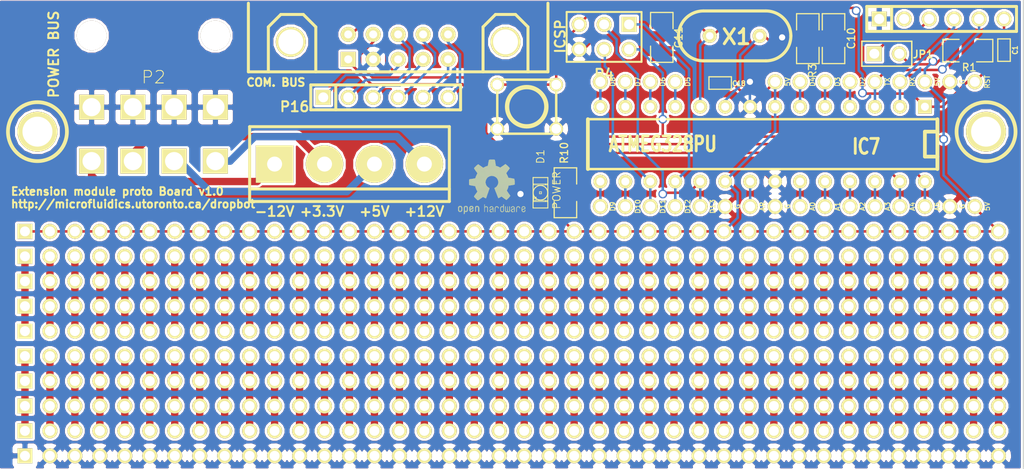
<source format=kicad_pcb>
(kicad_pcb (version 3) (host pcbnew "(2013-07-07 BZR 4022)-stable")
  (layers (15 F.Cu signal) (0 B.Cu signal) (18 B.Paste user) (19 F.Paste user) (20 B.SilkS user) (21 F.SilkS user) (22 B.Mask user) (23 F.Mask user) (28 Edge.Cuts user))
  (net 0 "")
  (net 1 "+12V PWR")
  (net 2 "+3.3V PWR")
  (net 3 "+5V PWR")
  (net 4 +5V_USB)
  (net 5 "-12V PWR")
  (net 6 A0)
  (net 7 A1)
  (net 8 A2)
  (net 9 A3)
  (net 10 A4/SDA)
  (net 11 A5/SCL)
  (net 12 AREF)
  (net 13 D10)
  (net 14 D11/MOSI)
  (net 15 D12/MISO)
  (net 16 D13/SCK)
  (net 17 D2)
  (net 18 D3)
  (net 19 D4)
  (net 20 D5)
  (net 21 D6)
  (net 22 D7)
  (net 23 D8)
  (net 24 D9)
  (net 25 GND)
  (net 26 N-000001)
  (net 27 N-0000010)
  (net 28 N-00000100)
  (net 29 N-00000101)
  (net 30 N-00000102)
  (net 31 N-00000103)
  (net 32 N-00000104)
  (net 33 N-00000105)
  (net 34 N-00000106)
  (net 35 N-00000107)
  (net 36 N-00000108)
  (net 37 N-00000109)
  (net 38 N-0000011)
  (net 39 N-00000110)
  (net 40 N-00000111)
  (net 41 N-00000112)
  (net 42 N-00000113)
  (net 43 N-00000114)
  (net 44 N-00000115)
  (net 45 N-00000116)
  (net 46 N-00000117)
  (net 47 N-00000118)
  (net 48 N-00000119)
  (net 49 N-0000012)
  (net 50 N-00000120)
  (net 51 N-0000013)
  (net 52 N-0000014)
  (net 53 N-0000015)
  (net 54 N-0000016)
  (net 55 N-0000017)
  (net 56 N-0000018)
  (net 57 N-0000019)
  (net 58 N-000002)
  (net 59 N-0000020)
  (net 60 N-0000021)
  (net 61 N-0000022)
  (net 62 N-0000023)
  (net 63 N-0000024)
  (net 64 N-0000025)
  (net 65 N-0000026)
  (net 66 N-0000027)
  (net 67 N-0000028)
  (net 68 N-0000029)
  (net 69 N-000003)
  (net 70 N-0000030)
  (net 71 N-0000031)
  (net 72 N-0000032)
  (net 73 N-0000033)
  (net 74 N-0000034)
  (net 75 N-0000035)
  (net 76 N-0000036)
  (net 77 N-0000037)
  (net 78 N-0000038)
  (net 79 N-0000039)
  (net 80 N-000004)
  (net 81 N-0000040)
  (net 82 N-0000045)
  (net 83 N-0000047)
  (net 84 N-0000048)
  (net 85 N-0000049)
  (net 86 N-000005)
  (net 87 N-0000050)
  (net 88 N-0000051)
  (net 89 N-000006)
  (net 90 N-000007)
  (net 91 N-0000076)
  (net 92 N-0000077)
  (net 93 N-0000078)
  (net 94 N-0000079)
  (net 95 N-000008)
  (net 96 N-0000081)
  (net 97 N-0000082)
  (net 98 N-0000083)
  (net 99 N-0000084)
  (net 100 N-0000085)
  (net 101 N-0000086)
  (net 102 N-0000087)
  (net 103 N-0000088)
  (net 104 N-0000089)
  (net 105 N-000009)
  (net 106 N-0000090)
  (net 107 N-0000091)
  (net 108 N-0000092)
  (net 109 N-0000093)
  (net 110 N-0000094)
  (net 111 N-0000095)
  (net 112 N-0000096)
  (net 113 N-0000097)
  (net 114 N-0000098)
  (net 115 N-0000099)
  (net 116 RST)
  (net 117 RX)
  (net 118 TX)
  (net 119 VCC)
  (module 1pin (layer F.Cu) (at 120.65 39.37)
    (fp_text reference 1PIN hide)
    (fp_text value P*** hide)
    (pad 1 thru_hole circle (at 0 0) (size 4.064 4.064) (drill 3.048) (layers *.Cu *.Mask F.SilkS))
  )
  (module 1pin (layer F.Cu) (at 24.13 39.37)
    (fp_text reference 1PIN hide)
    (fp_text value P*** hide)
    (pad 1 thru_hole circle (at 0 0) (size 4.064 4.064) (drill 3.048) (layers *.Cu *.Mask F.SilkS))
  )
  (module PIN_ARRAY_40X1 (layer F.Cu) (at 69.85 72.39)
    (fp_text reference P14 hide)
    (fp_text value CONN_40 hide)
    (pad 31 thru_hole circle (at 29.21 0) (size 1.524 1.524) (drill 1.016) (layers *.Cu *.Mask F.SilkS) (net 25 GND))
    (pad 36 thru_hole circle (at 41.91 0) (size 1.524 1.524) (drill 1.016) (layers *.Cu *.Mask F.SilkS) (net 25 GND))
    (pad 35 thru_hole circle (at 39.37 0) (size 1.524 1.524) (drill 1.016) (layers *.Cu *.Mask F.SilkS) (net 25 GND))
    (pad 34 thru_hole circle (at 36.83 0) (size 1.524 1.524) (drill 1.016) (layers *.Cu *.Mask F.SilkS) (net 25 GND))
    (pad 33 thru_hole circle (at 34.29 0) (size 1.524 1.524) (drill 1.016) (layers *.Cu *.Mask F.SilkS) (net 25 GND))
    (pad 32 thru_hole circle (at 31.75 0) (size 1.524 1.524) (drill 1.016) (layers *.Cu *.Mask F.SilkS) (net 25 GND))
    (pad 37 thru_hole circle (at 44.45 0) (size 1.524 1.524) (drill 1.016) (layers *.Cu *.Mask F.SilkS) (net 25 GND))
    (pad 38 thru_hole circle (at 46.99 0) (size 1.524 1.524) (drill 1.016) (layers *.Cu *.Mask F.SilkS) (net 25 GND))
    (pad 39 thru_hole circle (at 49.53 0) (size 1.524 1.524) (drill 1.016) (layers *.Cu *.Mask F.SilkS) (net 25 GND))
    (pad 40 thru_hole circle (at 52.07 0) (size 1.524 1.524) (drill 1.016) (layers *.Cu *.Mask F.SilkS) (net 25 GND))
    (pad 21 thru_hole circle (at 3.81 0) (size 1.524 1.524) (drill 1.016) (layers *.Cu *.Mask F.SilkS) (net 25 GND))
    (pad 26 thru_hole circle (at 16.51 0) (size 1.524 1.524) (drill 1.016) (layers *.Cu *.Mask F.SilkS) (net 25 GND))
    (pad 25 thru_hole circle (at 13.97 0) (size 1.524 1.524) (drill 1.016) (layers *.Cu *.Mask F.SilkS) (net 25 GND))
    (pad 24 thru_hole circle (at 11.43 0) (size 1.524 1.524) (drill 1.016) (layers *.Cu *.Mask F.SilkS) (net 25 GND))
    (pad 23 thru_hole circle (at 8.89 0) (size 1.524 1.524) (drill 1.016) (layers *.Cu *.Mask F.SilkS) (net 25 GND))
    (pad 22 thru_hole circle (at 6.35 0) (size 1.524 1.524) (drill 1.016) (layers *.Cu *.Mask F.SilkS) (net 25 GND))
    (pad 27 thru_hole circle (at 19.05 0) (size 1.524 1.524) (drill 1.016) (layers *.Cu *.Mask F.SilkS) (net 25 GND))
    (pad 28 thru_hole circle (at 21.59 0) (size 1.524 1.524) (drill 1.016) (layers *.Cu *.Mask F.SilkS) (net 25 GND))
    (pad 29 thru_hole circle (at 24.13 0) (size 1.524 1.524) (drill 1.016) (layers *.Cu *.Mask F.SilkS) (net 25 GND))
    (pad 30 thru_hole circle (at 26.67 0) (size 1.524 1.524) (drill 1.016) (layers *.Cu *.Mask F.SilkS) (net 25 GND))
    (pad 16 thru_hole circle (at -8.89 0) (size 1.524 1.524) (drill 1.016) (layers *.Cu *.Mask F.SilkS) (net 25 GND))
    (pad 15 thru_hole circle (at -11.43 0) (size 1.524 1.524) (drill 1.016) (layers *.Cu *.Mask F.SilkS) (net 25 GND))
    (pad 14 thru_hole circle (at -13.97 0) (size 1.524 1.524) (drill 1.016) (layers *.Cu *.Mask F.SilkS) (net 25 GND))
    (pad 13 thru_hole circle (at -16.51 0) (size 1.524 1.524) (drill 1.016) (layers *.Cu *.Mask F.SilkS) (net 25 GND))
    (pad 12 thru_hole circle (at -19.05 0) (size 1.524 1.524) (drill 1.016) (layers *.Cu *.Mask F.SilkS) (net 25 GND))
    (pad 17 thru_hole circle (at -6.35 0) (size 1.524 1.524) (drill 1.016) (layers *.Cu *.Mask F.SilkS) (net 25 GND))
    (pad 18 thru_hole circle (at -3.81 0) (size 1.524 1.524) (drill 1.016) (layers *.Cu *.Mask F.SilkS) (net 25 GND))
    (pad 19 thru_hole circle (at -1.27 0) (size 1.524 1.524) (drill 1.016) (layers *.Cu *.Mask F.SilkS) (net 25 GND))
    (pad 20 thru_hole circle (at 1.27 0) (size 1.524 1.524) (drill 1.016) (layers *.Cu *.Mask F.SilkS) (net 25 GND))
    (pad 11 thru_hole circle (at -21.59 0) (size 1.524 1.524) (drill 1.016) (layers *.Cu *.Mask F.SilkS) (net 25 GND))
    (pad 10 thru_hole circle (at -24.13 0) (size 1.524 1.524) (drill 1.016) (layers *.Cu *.Mask F.SilkS) (net 25 GND))
    (pad 9 thru_hole circle (at -26.67 0) (size 1.524 1.524) (drill 1.016) (layers *.Cu *.Mask F.SilkS) (net 25 GND))
    (pad 8 thru_hole circle (at -29.21 0) (size 1.524 1.524) (drill 1.016) (layers *.Cu *.Mask F.SilkS) (net 25 GND))
    (pad 7 thru_hole circle (at -31.75 0) (size 1.524 1.524) (drill 1.016) (layers *.Cu *.Mask F.SilkS) (net 25 GND))
    (pad 1 thru_hole rect (at -46.99 0) (size 1.524 1.524) (drill 1.016) (layers *.Cu *.Mask F.SilkS) (net 25 GND))
    (pad 2 thru_hole circle (at -44.45 0) (size 1.524 1.524) (drill 1.016) (layers *.Cu *.Mask F.SilkS) (net 25 GND))
    (pad 3 thru_hole circle (at -41.91 0) (size 1.524 1.524) (drill 1.016) (layers *.Cu *.Mask F.SilkS) (net 25 GND))
    (pad 4 thru_hole circle (at -39.37 0) (size 1.524 1.524) (drill 1.016) (layers *.Cu *.Mask F.SilkS) (net 25 GND))
    (pad 5 thru_hole circle (at -36.83 0) (size 1.524 1.524) (drill 1.016) (layers *.Cu *.Mask F.SilkS) (net 25 GND))
    (pad 6 thru_hole circle (at -34.29 0) (size 1.524 1.524) (drill 1.016) (layers *.Cu *.Mask F.SilkS) (net 25 GND))
  )
  (module PIN_ARRAY_40X1 (layer F.Cu) (at 69.85 69.85)
    (fp_text reference P13 hide)
    (fp_text value CONN_40 hide)
    (pad 31 thru_hole circle (at 29.21 0) (size 1.524 1.524) (drill 1.016) (layers *.Cu *.Mask F.SilkS) (net 54 N-0000016))
    (pad 36 thru_hole circle (at 41.91 0) (size 1.524 1.524) (drill 1.016) (layers *.Cu *.Mask F.SilkS) (net 72 N-0000032))
    (pad 35 thru_hole circle (at 39.37 0) (size 1.524 1.524) (drill 1.016) (layers *.Cu *.Mask F.SilkS) (net 74 N-0000034))
    (pad 34 thru_hole circle (at 36.83 0) (size 1.524 1.524) (drill 1.016) (layers *.Cu *.Mask F.SilkS) (net 76 N-0000036))
    (pad 33 thru_hole circle (at 34.29 0) (size 1.524 1.524) (drill 1.016) (layers *.Cu *.Mask F.SilkS) (net 77 N-0000037))
    (pad 32 thru_hole circle (at 31.75 0) (size 1.524 1.524) (drill 1.016) (layers *.Cu *.Mask F.SilkS) (net 61 N-0000022))
    (pad 37 thru_hole circle (at 44.45 0) (size 1.524 1.524) (drill 1.016) (layers *.Cu *.Mask F.SilkS) (net 70 N-0000030))
    (pad 38 thru_hole circle (at 46.99 0) (size 1.524 1.524) (drill 1.016) (layers *.Cu *.Mask F.SilkS) (net 81 N-0000040))
    (pad 39 thru_hole circle (at 49.53 0) (size 1.524 1.524) (drill 1.016) (layers *.Cu *.Mask F.SilkS) (net 78 N-0000038))
    (pad 40 thru_hole circle (at 52.07 0) (size 1.524 1.524) (drill 1.016) (layers *.Cu *.Mask F.SilkS) (net 56 N-0000018))
    (pad 21 thru_hole circle (at 3.81 0) (size 1.524 1.524) (drill 1.016) (layers *.Cu *.Mask F.SilkS) (net 86 N-000005))
    (pad 26 thru_hole circle (at 16.51 0) (size 1.524 1.524) (drill 1.016) (layers *.Cu *.Mask F.SilkS) (net 73 N-0000033))
    (pad 25 thru_hole circle (at 13.97 0) (size 1.524 1.524) (drill 1.016) (layers *.Cu *.Mask F.SilkS) (net 95 N-000008))
    (pad 24 thru_hole circle (at 11.43 0) (size 1.524 1.524) (drill 1.016) (layers *.Cu *.Mask F.SilkS) (net 27 N-0000010))
    (pad 23 thru_hole circle (at 8.89 0) (size 1.524 1.524) (drill 1.016) (layers *.Cu *.Mask F.SilkS) (net 38 N-0000011))
    (pad 22 thru_hole circle (at 6.35 0) (size 1.524 1.524) (drill 1.016) (layers *.Cu *.Mask F.SilkS) (net 51 N-0000013))
    (pad 27 thru_hole circle (at 19.05 0) (size 1.524 1.524) (drill 1.016) (layers *.Cu *.Mask F.SilkS) (net 71 N-0000031))
    (pad 28 thru_hole circle (at 21.59 0) (size 1.524 1.524) (drill 1.016) (layers *.Cu *.Mask F.SilkS) (net 75 N-0000035))
    (pad 29 thru_hole circle (at 24.13 0) (size 1.524 1.524) (drill 1.016) (layers *.Cu *.Mask F.SilkS) (net 79 N-0000039))
    (pad 30 thru_hole circle (at 26.67 0) (size 1.524 1.524) (drill 1.016) (layers *.Cu *.Mask F.SilkS) (net 57 N-0000019))
    (pad 16 thru_hole circle (at -8.89 0) (size 1.524 1.524) (drill 1.016) (layers *.Cu *.Mask F.SilkS) (net 90 N-000007))
    (pad 15 thru_hole circle (at -11.43 0) (size 1.524 1.524) (drill 1.016) (layers *.Cu *.Mask F.SilkS) (net 105 N-000009))
    (pad 14 thru_hole circle (at -13.97 0) (size 1.524 1.524) (drill 1.016) (layers *.Cu *.Mask F.SilkS) (net 89 N-000006))
    (pad 13 thru_hole circle (at -16.51 0) (size 1.524 1.524) (drill 1.016) (layers *.Cu *.Mask F.SilkS) (net 49 N-0000012))
    (pad 12 thru_hole circle (at -19.05 0) (size 1.524 1.524) (drill 1.016) (layers *.Cu *.Mask F.SilkS) (net 52 N-0000014))
    (pad 17 thru_hole circle (at -6.35 0) (size 1.524 1.524) (drill 1.016) (layers *.Cu *.Mask F.SilkS) (net 69 N-000003))
    (pad 18 thru_hole circle (at -3.81 0) (size 1.524 1.524) (drill 1.016) (layers *.Cu *.Mask F.SilkS) (net 58 N-000002))
    (pad 19 thru_hole circle (at -1.27 0) (size 1.524 1.524) (drill 1.016) (layers *.Cu *.Mask F.SilkS) (net 26 N-000001))
    (pad 20 thru_hole circle (at 1.27 0) (size 1.524 1.524) (drill 1.016) (layers *.Cu *.Mask F.SilkS) (net 80 N-000004))
    (pad 11 thru_hole circle (at -21.59 0) (size 1.524 1.524) (drill 1.016) (layers *.Cu *.Mask F.SilkS) (net 55 N-0000017))
    (pad 10 thru_hole circle (at -24.13 0) (size 1.524 1.524) (drill 1.016) (layers *.Cu *.Mask F.SilkS) (net 53 N-0000015))
    (pad 9 thru_hole circle (at -26.67 0) (size 1.524 1.524) (drill 1.016) (layers *.Cu *.Mask F.SilkS) (net 59 N-0000020))
    (pad 8 thru_hole circle (at -29.21 0) (size 1.524 1.524) (drill 1.016) (layers *.Cu *.Mask F.SilkS) (net 60 N-0000021))
    (pad 7 thru_hole circle (at -31.75 0) (size 1.524 1.524) (drill 1.016) (layers *.Cu *.Mask F.SilkS) (net 62 N-0000023))
    (pad 1 thru_hole rect (at -46.99 0) (size 1.524 1.524) (drill 1.016) (layers *.Cu *.Mask F.SilkS) (net 68 N-0000029))
    (pad 2 thru_hole circle (at -44.45 0) (size 1.524 1.524) (drill 1.016) (layers *.Cu *.Mask F.SilkS) (net 67 N-0000028))
    (pad 3 thru_hole circle (at -41.91 0) (size 1.524 1.524) (drill 1.016) (layers *.Cu *.Mask F.SilkS) (net 66 N-0000027))
    (pad 4 thru_hole circle (at -39.37 0) (size 1.524 1.524) (drill 1.016) (layers *.Cu *.Mask F.SilkS) (net 65 N-0000026))
    (pad 5 thru_hole circle (at -36.83 0) (size 1.524 1.524) (drill 1.016) (layers *.Cu *.Mask F.SilkS) (net 64 N-0000025))
    (pad 6 thru_hole circle (at -34.29 0) (size 1.524 1.524) (drill 1.016) (layers *.Cu *.Mask F.SilkS) (net 63 N-0000024))
  )
  (module PIN_ARRAY_40X1 (layer F.Cu) (at 69.85 67.31)
    (fp_text reference P12 hide)
    (fp_text value CONN_40 hide)
    (pad 31 thru_hole circle (at 29.21 0) (size 1.524 1.524) (drill 1.016) (layers *.Cu *.Mask F.SilkS) (net 54 N-0000016))
    (pad 36 thru_hole circle (at 41.91 0) (size 1.524 1.524) (drill 1.016) (layers *.Cu *.Mask F.SilkS) (net 72 N-0000032))
    (pad 35 thru_hole circle (at 39.37 0) (size 1.524 1.524) (drill 1.016) (layers *.Cu *.Mask F.SilkS) (net 74 N-0000034))
    (pad 34 thru_hole circle (at 36.83 0) (size 1.524 1.524) (drill 1.016) (layers *.Cu *.Mask F.SilkS) (net 76 N-0000036))
    (pad 33 thru_hole circle (at 34.29 0) (size 1.524 1.524) (drill 1.016) (layers *.Cu *.Mask F.SilkS) (net 77 N-0000037))
    (pad 32 thru_hole circle (at 31.75 0) (size 1.524 1.524) (drill 1.016) (layers *.Cu *.Mask F.SilkS) (net 61 N-0000022))
    (pad 37 thru_hole circle (at 44.45 0) (size 1.524 1.524) (drill 1.016) (layers *.Cu *.Mask F.SilkS) (net 70 N-0000030))
    (pad 38 thru_hole circle (at 46.99 0) (size 1.524 1.524) (drill 1.016) (layers *.Cu *.Mask F.SilkS) (net 81 N-0000040))
    (pad 39 thru_hole circle (at 49.53 0) (size 1.524 1.524) (drill 1.016) (layers *.Cu *.Mask F.SilkS) (net 78 N-0000038))
    (pad 40 thru_hole circle (at 52.07 0) (size 1.524 1.524) (drill 1.016) (layers *.Cu *.Mask F.SilkS) (net 56 N-0000018))
    (pad 21 thru_hole circle (at 3.81 0) (size 1.524 1.524) (drill 1.016) (layers *.Cu *.Mask F.SilkS) (net 86 N-000005))
    (pad 26 thru_hole circle (at 16.51 0) (size 1.524 1.524) (drill 1.016) (layers *.Cu *.Mask F.SilkS) (net 73 N-0000033))
    (pad 25 thru_hole circle (at 13.97 0) (size 1.524 1.524) (drill 1.016) (layers *.Cu *.Mask F.SilkS) (net 95 N-000008))
    (pad 24 thru_hole circle (at 11.43 0) (size 1.524 1.524) (drill 1.016) (layers *.Cu *.Mask F.SilkS) (net 27 N-0000010))
    (pad 23 thru_hole circle (at 8.89 0) (size 1.524 1.524) (drill 1.016) (layers *.Cu *.Mask F.SilkS) (net 38 N-0000011))
    (pad 22 thru_hole circle (at 6.35 0) (size 1.524 1.524) (drill 1.016) (layers *.Cu *.Mask F.SilkS) (net 51 N-0000013))
    (pad 27 thru_hole circle (at 19.05 0) (size 1.524 1.524) (drill 1.016) (layers *.Cu *.Mask F.SilkS) (net 71 N-0000031))
    (pad 28 thru_hole circle (at 21.59 0) (size 1.524 1.524) (drill 1.016) (layers *.Cu *.Mask F.SilkS) (net 75 N-0000035))
    (pad 29 thru_hole circle (at 24.13 0) (size 1.524 1.524) (drill 1.016) (layers *.Cu *.Mask F.SilkS) (net 79 N-0000039))
    (pad 30 thru_hole circle (at 26.67 0) (size 1.524 1.524) (drill 1.016) (layers *.Cu *.Mask F.SilkS) (net 57 N-0000019))
    (pad 16 thru_hole circle (at -8.89 0) (size 1.524 1.524) (drill 1.016) (layers *.Cu *.Mask F.SilkS) (net 90 N-000007))
    (pad 15 thru_hole circle (at -11.43 0) (size 1.524 1.524) (drill 1.016) (layers *.Cu *.Mask F.SilkS) (net 105 N-000009))
    (pad 14 thru_hole circle (at -13.97 0) (size 1.524 1.524) (drill 1.016) (layers *.Cu *.Mask F.SilkS) (net 89 N-000006))
    (pad 13 thru_hole circle (at -16.51 0) (size 1.524 1.524) (drill 1.016) (layers *.Cu *.Mask F.SilkS) (net 49 N-0000012))
    (pad 12 thru_hole circle (at -19.05 0) (size 1.524 1.524) (drill 1.016) (layers *.Cu *.Mask F.SilkS) (net 52 N-0000014))
    (pad 17 thru_hole circle (at -6.35 0) (size 1.524 1.524) (drill 1.016) (layers *.Cu *.Mask F.SilkS) (net 69 N-000003))
    (pad 18 thru_hole circle (at -3.81 0) (size 1.524 1.524) (drill 1.016) (layers *.Cu *.Mask F.SilkS) (net 58 N-000002))
    (pad 19 thru_hole circle (at -1.27 0) (size 1.524 1.524) (drill 1.016) (layers *.Cu *.Mask F.SilkS) (net 26 N-000001))
    (pad 20 thru_hole circle (at 1.27 0) (size 1.524 1.524) (drill 1.016) (layers *.Cu *.Mask F.SilkS) (net 80 N-000004))
    (pad 11 thru_hole circle (at -21.59 0) (size 1.524 1.524) (drill 1.016) (layers *.Cu *.Mask F.SilkS) (net 55 N-0000017))
    (pad 10 thru_hole circle (at -24.13 0) (size 1.524 1.524) (drill 1.016) (layers *.Cu *.Mask F.SilkS) (net 53 N-0000015))
    (pad 9 thru_hole circle (at -26.67 0) (size 1.524 1.524) (drill 1.016) (layers *.Cu *.Mask F.SilkS) (net 59 N-0000020))
    (pad 8 thru_hole circle (at -29.21 0) (size 1.524 1.524) (drill 1.016) (layers *.Cu *.Mask F.SilkS) (net 60 N-0000021))
    (pad 7 thru_hole circle (at -31.75 0) (size 1.524 1.524) (drill 1.016) (layers *.Cu *.Mask F.SilkS) (net 62 N-0000023))
    (pad 1 thru_hole rect (at -46.99 0) (size 1.524 1.524) (drill 1.016) (layers *.Cu *.Mask F.SilkS) (net 68 N-0000029))
    (pad 2 thru_hole circle (at -44.45 0) (size 1.524 1.524) (drill 1.016) (layers *.Cu *.Mask F.SilkS) (net 67 N-0000028))
    (pad 3 thru_hole circle (at -41.91 0) (size 1.524 1.524) (drill 1.016) (layers *.Cu *.Mask F.SilkS) (net 66 N-0000027))
    (pad 4 thru_hole circle (at -39.37 0) (size 1.524 1.524) (drill 1.016) (layers *.Cu *.Mask F.SilkS) (net 65 N-0000026))
    (pad 5 thru_hole circle (at -36.83 0) (size 1.524 1.524) (drill 1.016) (layers *.Cu *.Mask F.SilkS) (net 64 N-0000025))
    (pad 6 thru_hole circle (at -34.29 0) (size 1.524 1.524) (drill 1.016) (layers *.Cu *.Mask F.SilkS) (net 63 N-0000024))
  )
  (module PIN_ARRAY_40X1 (layer F.Cu) (at 69.85 64.77)
    (fp_text reference P11 hide)
    (fp_text value CONN_40 hide)
    (pad 31 thru_hole circle (at 29.21 0) (size 1.524 1.524) (drill 1.016) (layers *.Cu *.Mask F.SilkS) (net 54 N-0000016))
    (pad 36 thru_hole circle (at 41.91 0) (size 1.524 1.524) (drill 1.016) (layers *.Cu *.Mask F.SilkS) (net 72 N-0000032))
    (pad 35 thru_hole circle (at 39.37 0) (size 1.524 1.524) (drill 1.016) (layers *.Cu *.Mask F.SilkS) (net 74 N-0000034))
    (pad 34 thru_hole circle (at 36.83 0) (size 1.524 1.524) (drill 1.016) (layers *.Cu *.Mask F.SilkS) (net 76 N-0000036))
    (pad 33 thru_hole circle (at 34.29 0) (size 1.524 1.524) (drill 1.016) (layers *.Cu *.Mask F.SilkS) (net 77 N-0000037))
    (pad 32 thru_hole circle (at 31.75 0) (size 1.524 1.524) (drill 1.016) (layers *.Cu *.Mask F.SilkS) (net 61 N-0000022))
    (pad 37 thru_hole circle (at 44.45 0) (size 1.524 1.524) (drill 1.016) (layers *.Cu *.Mask F.SilkS) (net 70 N-0000030))
    (pad 38 thru_hole circle (at 46.99 0) (size 1.524 1.524) (drill 1.016) (layers *.Cu *.Mask F.SilkS) (net 81 N-0000040))
    (pad 39 thru_hole circle (at 49.53 0) (size 1.524 1.524) (drill 1.016) (layers *.Cu *.Mask F.SilkS) (net 78 N-0000038))
    (pad 40 thru_hole circle (at 52.07 0) (size 1.524 1.524) (drill 1.016) (layers *.Cu *.Mask F.SilkS) (net 56 N-0000018))
    (pad 21 thru_hole circle (at 3.81 0) (size 1.524 1.524) (drill 1.016) (layers *.Cu *.Mask F.SilkS) (net 86 N-000005))
    (pad 26 thru_hole circle (at 16.51 0) (size 1.524 1.524) (drill 1.016) (layers *.Cu *.Mask F.SilkS) (net 73 N-0000033))
    (pad 25 thru_hole circle (at 13.97 0) (size 1.524 1.524) (drill 1.016) (layers *.Cu *.Mask F.SilkS) (net 95 N-000008))
    (pad 24 thru_hole circle (at 11.43 0) (size 1.524 1.524) (drill 1.016) (layers *.Cu *.Mask F.SilkS) (net 27 N-0000010))
    (pad 23 thru_hole circle (at 8.89 0) (size 1.524 1.524) (drill 1.016) (layers *.Cu *.Mask F.SilkS) (net 38 N-0000011))
    (pad 22 thru_hole circle (at 6.35 0) (size 1.524 1.524) (drill 1.016) (layers *.Cu *.Mask F.SilkS) (net 51 N-0000013))
    (pad 27 thru_hole circle (at 19.05 0) (size 1.524 1.524) (drill 1.016) (layers *.Cu *.Mask F.SilkS) (net 71 N-0000031))
    (pad 28 thru_hole circle (at 21.59 0) (size 1.524 1.524) (drill 1.016) (layers *.Cu *.Mask F.SilkS) (net 75 N-0000035))
    (pad 29 thru_hole circle (at 24.13 0) (size 1.524 1.524) (drill 1.016) (layers *.Cu *.Mask F.SilkS) (net 79 N-0000039))
    (pad 30 thru_hole circle (at 26.67 0) (size 1.524 1.524) (drill 1.016) (layers *.Cu *.Mask F.SilkS) (net 57 N-0000019))
    (pad 16 thru_hole circle (at -8.89 0) (size 1.524 1.524) (drill 1.016) (layers *.Cu *.Mask F.SilkS) (net 90 N-000007))
    (pad 15 thru_hole circle (at -11.43 0) (size 1.524 1.524) (drill 1.016) (layers *.Cu *.Mask F.SilkS) (net 105 N-000009))
    (pad 14 thru_hole circle (at -13.97 0) (size 1.524 1.524) (drill 1.016) (layers *.Cu *.Mask F.SilkS) (net 89 N-000006))
    (pad 13 thru_hole circle (at -16.51 0) (size 1.524 1.524) (drill 1.016) (layers *.Cu *.Mask F.SilkS) (net 49 N-0000012))
    (pad 12 thru_hole circle (at -19.05 0) (size 1.524 1.524) (drill 1.016) (layers *.Cu *.Mask F.SilkS) (net 52 N-0000014))
    (pad 17 thru_hole circle (at -6.35 0) (size 1.524 1.524) (drill 1.016) (layers *.Cu *.Mask F.SilkS) (net 69 N-000003))
    (pad 18 thru_hole circle (at -3.81 0) (size 1.524 1.524) (drill 1.016) (layers *.Cu *.Mask F.SilkS) (net 58 N-000002))
    (pad 19 thru_hole circle (at -1.27 0) (size 1.524 1.524) (drill 1.016) (layers *.Cu *.Mask F.SilkS) (net 26 N-000001))
    (pad 20 thru_hole circle (at 1.27 0) (size 1.524 1.524) (drill 1.016) (layers *.Cu *.Mask F.SilkS) (net 80 N-000004))
    (pad 11 thru_hole circle (at -21.59 0) (size 1.524 1.524) (drill 1.016) (layers *.Cu *.Mask F.SilkS) (net 55 N-0000017))
    (pad 10 thru_hole circle (at -24.13 0) (size 1.524 1.524) (drill 1.016) (layers *.Cu *.Mask F.SilkS) (net 53 N-0000015))
    (pad 9 thru_hole circle (at -26.67 0) (size 1.524 1.524) (drill 1.016) (layers *.Cu *.Mask F.SilkS) (net 59 N-0000020))
    (pad 8 thru_hole circle (at -29.21 0) (size 1.524 1.524) (drill 1.016) (layers *.Cu *.Mask F.SilkS) (net 60 N-0000021))
    (pad 7 thru_hole circle (at -31.75 0) (size 1.524 1.524) (drill 1.016) (layers *.Cu *.Mask F.SilkS) (net 62 N-0000023))
    (pad 1 thru_hole rect (at -46.99 0) (size 1.524 1.524) (drill 1.016) (layers *.Cu *.Mask F.SilkS) (net 68 N-0000029))
    (pad 2 thru_hole circle (at -44.45 0) (size 1.524 1.524) (drill 1.016) (layers *.Cu *.Mask F.SilkS) (net 67 N-0000028))
    (pad 3 thru_hole circle (at -41.91 0) (size 1.524 1.524) (drill 1.016) (layers *.Cu *.Mask F.SilkS) (net 66 N-0000027))
    (pad 4 thru_hole circle (at -39.37 0) (size 1.524 1.524) (drill 1.016) (layers *.Cu *.Mask F.SilkS) (net 65 N-0000026))
    (pad 5 thru_hole circle (at -36.83 0) (size 1.524 1.524) (drill 1.016) (layers *.Cu *.Mask F.SilkS) (net 64 N-0000025))
    (pad 6 thru_hole circle (at -34.29 0) (size 1.524 1.524) (drill 1.016) (layers *.Cu *.Mask F.SilkS) (net 63 N-0000024))
  )
  (module PIN_ARRAY_40X1 (layer F.Cu) (at 69.85 62.23)
    (fp_text reference P10 hide)
    (fp_text value CONN_40 hide)
    (pad 31 thru_hole circle (at 29.21 0) (size 1.524 1.524) (drill 1.016) (layers *.Cu *.Mask F.SilkS) (net 54 N-0000016))
    (pad 36 thru_hole circle (at 41.91 0) (size 1.524 1.524) (drill 1.016) (layers *.Cu *.Mask F.SilkS) (net 72 N-0000032))
    (pad 35 thru_hole circle (at 39.37 0) (size 1.524 1.524) (drill 1.016) (layers *.Cu *.Mask F.SilkS) (net 74 N-0000034))
    (pad 34 thru_hole circle (at 36.83 0) (size 1.524 1.524) (drill 1.016) (layers *.Cu *.Mask F.SilkS) (net 76 N-0000036))
    (pad 33 thru_hole circle (at 34.29 0) (size 1.524 1.524) (drill 1.016) (layers *.Cu *.Mask F.SilkS) (net 77 N-0000037))
    (pad 32 thru_hole circle (at 31.75 0) (size 1.524 1.524) (drill 1.016) (layers *.Cu *.Mask F.SilkS) (net 61 N-0000022))
    (pad 37 thru_hole circle (at 44.45 0) (size 1.524 1.524) (drill 1.016) (layers *.Cu *.Mask F.SilkS) (net 70 N-0000030))
    (pad 38 thru_hole circle (at 46.99 0) (size 1.524 1.524) (drill 1.016) (layers *.Cu *.Mask F.SilkS) (net 81 N-0000040))
    (pad 39 thru_hole circle (at 49.53 0) (size 1.524 1.524) (drill 1.016) (layers *.Cu *.Mask F.SilkS) (net 78 N-0000038))
    (pad 40 thru_hole circle (at 52.07 0) (size 1.524 1.524) (drill 1.016) (layers *.Cu *.Mask F.SilkS) (net 56 N-0000018))
    (pad 21 thru_hole circle (at 3.81 0) (size 1.524 1.524) (drill 1.016) (layers *.Cu *.Mask F.SilkS) (net 86 N-000005))
    (pad 26 thru_hole circle (at 16.51 0) (size 1.524 1.524) (drill 1.016) (layers *.Cu *.Mask F.SilkS) (net 73 N-0000033))
    (pad 25 thru_hole circle (at 13.97 0) (size 1.524 1.524) (drill 1.016) (layers *.Cu *.Mask F.SilkS) (net 95 N-000008))
    (pad 24 thru_hole circle (at 11.43 0) (size 1.524 1.524) (drill 1.016) (layers *.Cu *.Mask F.SilkS) (net 27 N-0000010))
    (pad 23 thru_hole circle (at 8.89 0) (size 1.524 1.524) (drill 1.016) (layers *.Cu *.Mask F.SilkS) (net 38 N-0000011))
    (pad 22 thru_hole circle (at 6.35 0) (size 1.524 1.524) (drill 1.016) (layers *.Cu *.Mask F.SilkS) (net 51 N-0000013))
    (pad 27 thru_hole circle (at 19.05 0) (size 1.524 1.524) (drill 1.016) (layers *.Cu *.Mask F.SilkS) (net 71 N-0000031))
    (pad 28 thru_hole circle (at 21.59 0) (size 1.524 1.524) (drill 1.016) (layers *.Cu *.Mask F.SilkS) (net 75 N-0000035))
    (pad 29 thru_hole circle (at 24.13 0) (size 1.524 1.524) (drill 1.016) (layers *.Cu *.Mask F.SilkS) (net 79 N-0000039))
    (pad 30 thru_hole circle (at 26.67 0) (size 1.524 1.524) (drill 1.016) (layers *.Cu *.Mask F.SilkS) (net 57 N-0000019))
    (pad 16 thru_hole circle (at -8.89 0) (size 1.524 1.524) (drill 1.016) (layers *.Cu *.Mask F.SilkS) (net 90 N-000007))
    (pad 15 thru_hole circle (at -11.43 0) (size 1.524 1.524) (drill 1.016) (layers *.Cu *.Mask F.SilkS) (net 105 N-000009))
    (pad 14 thru_hole circle (at -13.97 0) (size 1.524 1.524) (drill 1.016) (layers *.Cu *.Mask F.SilkS) (net 89 N-000006))
    (pad 13 thru_hole circle (at -16.51 0) (size 1.524 1.524) (drill 1.016) (layers *.Cu *.Mask F.SilkS) (net 49 N-0000012))
    (pad 12 thru_hole circle (at -19.05 0) (size 1.524 1.524) (drill 1.016) (layers *.Cu *.Mask F.SilkS) (net 52 N-0000014))
    (pad 17 thru_hole circle (at -6.35 0) (size 1.524 1.524) (drill 1.016) (layers *.Cu *.Mask F.SilkS) (net 69 N-000003))
    (pad 18 thru_hole circle (at -3.81 0) (size 1.524 1.524) (drill 1.016) (layers *.Cu *.Mask F.SilkS) (net 58 N-000002))
    (pad 19 thru_hole circle (at -1.27 0) (size 1.524 1.524) (drill 1.016) (layers *.Cu *.Mask F.SilkS) (net 26 N-000001))
    (pad 20 thru_hole circle (at 1.27 0) (size 1.524 1.524) (drill 1.016) (layers *.Cu *.Mask F.SilkS) (net 80 N-000004))
    (pad 11 thru_hole circle (at -21.59 0) (size 1.524 1.524) (drill 1.016) (layers *.Cu *.Mask F.SilkS) (net 55 N-0000017))
    (pad 10 thru_hole circle (at -24.13 0) (size 1.524 1.524) (drill 1.016) (layers *.Cu *.Mask F.SilkS) (net 53 N-0000015))
    (pad 9 thru_hole circle (at -26.67 0) (size 1.524 1.524) (drill 1.016) (layers *.Cu *.Mask F.SilkS) (net 59 N-0000020))
    (pad 8 thru_hole circle (at -29.21 0) (size 1.524 1.524) (drill 1.016) (layers *.Cu *.Mask F.SilkS) (net 60 N-0000021))
    (pad 7 thru_hole circle (at -31.75 0) (size 1.524 1.524) (drill 1.016) (layers *.Cu *.Mask F.SilkS) (net 62 N-0000023))
    (pad 1 thru_hole rect (at -46.99 0) (size 1.524 1.524) (drill 1.016) (layers *.Cu *.Mask F.SilkS) (net 68 N-0000029))
    (pad 2 thru_hole circle (at -44.45 0) (size 1.524 1.524) (drill 1.016) (layers *.Cu *.Mask F.SilkS) (net 67 N-0000028))
    (pad 3 thru_hole circle (at -41.91 0) (size 1.524 1.524) (drill 1.016) (layers *.Cu *.Mask F.SilkS) (net 66 N-0000027))
    (pad 4 thru_hole circle (at -39.37 0) (size 1.524 1.524) (drill 1.016) (layers *.Cu *.Mask F.SilkS) (net 65 N-0000026))
    (pad 5 thru_hole circle (at -36.83 0) (size 1.524 1.524) (drill 1.016) (layers *.Cu *.Mask F.SilkS) (net 64 N-0000025))
    (pad 6 thru_hole circle (at -34.29 0) (size 1.524 1.524) (drill 1.016) (layers *.Cu *.Mask F.SilkS) (net 63 N-0000024))
  )
  (module PIN_ARRAY_40X1 (layer F.Cu) (at 69.85 59.69)
    (fp_text reference P9 hide)
    (fp_text value CONN_40 hide)
    (pad 31 thru_hole circle (at 29.21 0) (size 1.524 1.524) (drill 1.016) (layers *.Cu *.Mask F.SilkS) (net 114 N-0000098))
    (pad 36 thru_hole circle (at 41.91 0) (size 1.524 1.524) (drill 1.016) (layers *.Cu *.Mask F.SilkS) (net 98 N-0000083))
    (pad 35 thru_hole circle (at 39.37 0) (size 1.524 1.524) (drill 1.016) (layers *.Cu *.Mask F.SilkS) (net 101 N-0000086))
    (pad 34 thru_hole circle (at 36.83 0) (size 1.524 1.524) (drill 1.016) (layers *.Cu *.Mask F.SilkS) (net 104 N-0000089))
    (pad 33 thru_hole circle (at 34.29 0) (size 1.524 1.524) (drill 1.016) (layers *.Cu *.Mask F.SilkS) (net 108 N-0000092))
    (pad 32 thru_hole circle (at 31.75 0) (size 1.524 1.524) (drill 1.016) (layers *.Cu *.Mask F.SilkS) (net 111 N-0000095))
    (pad 37 thru_hole circle (at 44.45 0) (size 1.524 1.524) (drill 1.016) (layers *.Cu *.Mask F.SilkS) (net 34 N-00000106))
    (pad 38 thru_hole circle (at 46.99 0) (size 1.524 1.524) (drill 1.016) (layers *.Cu *.Mask F.SilkS) (net 31 N-00000103))
    (pad 39 thru_hole circle (at 49.53 0) (size 1.524 1.524) (drill 1.016) (layers *.Cu *.Mask F.SilkS) (net 28 N-00000100))
    (pad 40 thru_hole circle (at 52.07 0) (size 1.524 1.524) (drill 1.016) (layers *.Cu *.Mask F.SilkS) (net 37 N-00000109))
    (pad 21 thru_hole circle (at 3.81 0) (size 1.524 1.524) (drill 1.016) (layers *.Cu *.Mask F.SilkS) (net 115 N-0000099))
    (pad 26 thru_hole circle (at 16.51 0) (size 1.524 1.524) (drill 1.016) (layers *.Cu *.Mask F.SilkS) (net 99 N-0000084))
    (pad 25 thru_hole circle (at 13.97 0) (size 1.524 1.524) (drill 1.016) (layers *.Cu *.Mask F.SilkS) (net 102 N-0000087))
    (pad 24 thru_hole circle (at 11.43 0) (size 1.524 1.524) (drill 1.016) (layers *.Cu *.Mask F.SilkS) (net 96 N-0000081))
    (pad 23 thru_hole circle (at 8.89 0) (size 1.524 1.524) (drill 1.016) (layers *.Cu *.Mask F.SilkS) (net 109 N-0000093))
    (pad 22 thru_hole circle (at 6.35 0) (size 1.524 1.524) (drill 1.016) (layers *.Cu *.Mask F.SilkS) (net 112 N-0000096))
    (pad 27 thru_hole circle (at 19.05 0) (size 1.524 1.524) (drill 1.016) (layers *.Cu *.Mask F.SilkS) (net 106 N-0000090))
    (pad 28 thru_hole circle (at 21.59 0) (size 1.524 1.524) (drill 1.016) (layers *.Cu *.Mask F.SilkS) (net 32 N-00000104))
    (pad 29 thru_hole circle (at 24.13 0) (size 1.524 1.524) (drill 1.016) (layers *.Cu *.Mask F.SilkS) (net 29 N-00000101))
    (pad 30 thru_hole circle (at 26.67 0) (size 1.524 1.524) (drill 1.016) (layers *.Cu *.Mask F.SilkS) (net 39 N-00000110))
    (pad 16 thru_hole circle (at -8.89 0) (size 1.524 1.524) (drill 1.016) (layers *.Cu *.Mask F.SilkS) (net 100 N-0000085))
    (pad 15 thru_hole circle (at -11.43 0) (size 1.524 1.524) (drill 1.016) (layers *.Cu *.Mask F.SilkS) (net 103 N-0000088))
    (pad 14 thru_hole circle (at -13.97 0) (size 1.524 1.524) (drill 1.016) (layers *.Cu *.Mask F.SilkS) (net 107 N-0000091))
    (pad 13 thru_hole circle (at -16.51 0) (size 1.524 1.524) (drill 1.016) (layers *.Cu *.Mask F.SilkS) (net 110 N-0000094))
    (pad 12 thru_hole circle (at -19.05 0) (size 1.524 1.524) (drill 1.016) (layers *.Cu *.Mask F.SilkS) (net 113 N-0000097))
    (pad 17 thru_hole circle (at -6.35 0) (size 1.524 1.524) (drill 1.016) (layers *.Cu *.Mask F.SilkS) (net 97 N-0000082))
    (pad 18 thru_hole circle (at -3.81 0) (size 1.524 1.524) (drill 1.016) (layers *.Cu *.Mask F.SilkS) (net 33 N-00000105))
    (pad 19 thru_hole circle (at -1.27 0) (size 1.524 1.524) (drill 1.016) (layers *.Cu *.Mask F.SilkS) (net 30 N-00000102))
    (pad 20 thru_hole circle (at 1.27 0) (size 1.524 1.524) (drill 1.016) (layers *.Cu *.Mask F.SilkS) (net 40 N-00000111))
    (pad 11 thru_hole circle (at -21.59 0) (size 1.524 1.524) (drill 1.016) (layers *.Cu *.Mask F.SilkS) (net 36 N-00000108))
    (pad 10 thru_hole circle (at -24.13 0) (size 1.524 1.524) (drill 1.016) (layers *.Cu *.Mask F.SilkS) (net 41 N-00000112))
    (pad 9 thru_hole circle (at -26.67 0) (size 1.524 1.524) (drill 1.016) (layers *.Cu *.Mask F.SilkS) (net 42 N-00000113))
    (pad 8 thru_hole circle (at -29.21 0) (size 1.524 1.524) (drill 1.016) (layers *.Cu *.Mask F.SilkS) (net 43 N-00000114))
    (pad 7 thru_hole circle (at -31.75 0) (size 1.524 1.524) (drill 1.016) (layers *.Cu *.Mask F.SilkS) (net 44 N-00000115))
    (pad 1 thru_hole rect (at -46.99 0) (size 1.524 1.524) (drill 1.016) (layers *.Cu *.Mask F.SilkS) (net 50 N-00000120))
    (pad 2 thru_hole circle (at -44.45 0) (size 1.524 1.524) (drill 1.016) (layers *.Cu *.Mask F.SilkS) (net 48 N-00000119))
    (pad 3 thru_hole circle (at -41.91 0) (size 1.524 1.524) (drill 1.016) (layers *.Cu *.Mask F.SilkS) (net 47 N-00000118))
    (pad 4 thru_hole circle (at -39.37 0) (size 1.524 1.524) (drill 1.016) (layers *.Cu *.Mask F.SilkS) (net 46 N-00000117))
    (pad 5 thru_hole circle (at -36.83 0) (size 1.524 1.524) (drill 1.016) (layers *.Cu *.Mask F.SilkS) (net 45 N-00000116))
    (pad 6 thru_hole circle (at -34.29 0) (size 1.524 1.524) (drill 1.016) (layers *.Cu *.Mask F.SilkS) (net 35 N-00000107))
  )
  (module PIN_ARRAY_40X1 (layer F.Cu) (at 69.85 57.15)
    (fp_text reference P8 hide)
    (fp_text value CONN_40 hide)
    (pad 31 thru_hole circle (at 29.21 0) (size 1.524 1.524) (drill 1.016) (layers *.Cu *.Mask F.SilkS) (net 114 N-0000098))
    (pad 36 thru_hole circle (at 41.91 0) (size 1.524 1.524) (drill 1.016) (layers *.Cu *.Mask F.SilkS) (net 98 N-0000083))
    (pad 35 thru_hole circle (at 39.37 0) (size 1.524 1.524) (drill 1.016) (layers *.Cu *.Mask F.SilkS) (net 101 N-0000086))
    (pad 34 thru_hole circle (at 36.83 0) (size 1.524 1.524) (drill 1.016) (layers *.Cu *.Mask F.SilkS) (net 104 N-0000089))
    (pad 33 thru_hole circle (at 34.29 0) (size 1.524 1.524) (drill 1.016) (layers *.Cu *.Mask F.SilkS) (net 108 N-0000092))
    (pad 32 thru_hole circle (at 31.75 0) (size 1.524 1.524) (drill 1.016) (layers *.Cu *.Mask F.SilkS) (net 111 N-0000095))
    (pad 37 thru_hole circle (at 44.45 0) (size 1.524 1.524) (drill 1.016) (layers *.Cu *.Mask F.SilkS) (net 34 N-00000106))
    (pad 38 thru_hole circle (at 46.99 0) (size 1.524 1.524) (drill 1.016) (layers *.Cu *.Mask F.SilkS) (net 31 N-00000103))
    (pad 39 thru_hole circle (at 49.53 0) (size 1.524 1.524) (drill 1.016) (layers *.Cu *.Mask F.SilkS) (net 28 N-00000100))
    (pad 40 thru_hole circle (at 52.07 0) (size 1.524 1.524) (drill 1.016) (layers *.Cu *.Mask F.SilkS) (net 37 N-00000109))
    (pad 21 thru_hole circle (at 3.81 0) (size 1.524 1.524) (drill 1.016) (layers *.Cu *.Mask F.SilkS) (net 115 N-0000099))
    (pad 26 thru_hole circle (at 16.51 0) (size 1.524 1.524) (drill 1.016) (layers *.Cu *.Mask F.SilkS) (net 99 N-0000084))
    (pad 25 thru_hole circle (at 13.97 0) (size 1.524 1.524) (drill 1.016) (layers *.Cu *.Mask F.SilkS) (net 102 N-0000087))
    (pad 24 thru_hole circle (at 11.43 0) (size 1.524 1.524) (drill 1.016) (layers *.Cu *.Mask F.SilkS) (net 96 N-0000081))
    (pad 23 thru_hole circle (at 8.89 0) (size 1.524 1.524) (drill 1.016) (layers *.Cu *.Mask F.SilkS) (net 109 N-0000093))
    (pad 22 thru_hole circle (at 6.35 0) (size 1.524 1.524) (drill 1.016) (layers *.Cu *.Mask F.SilkS) (net 112 N-0000096))
    (pad 27 thru_hole circle (at 19.05 0) (size 1.524 1.524) (drill 1.016) (layers *.Cu *.Mask F.SilkS) (net 106 N-0000090))
    (pad 28 thru_hole circle (at 21.59 0) (size 1.524 1.524) (drill 1.016) (layers *.Cu *.Mask F.SilkS) (net 32 N-00000104))
    (pad 29 thru_hole circle (at 24.13 0) (size 1.524 1.524) (drill 1.016) (layers *.Cu *.Mask F.SilkS) (net 29 N-00000101))
    (pad 30 thru_hole circle (at 26.67 0) (size 1.524 1.524) (drill 1.016) (layers *.Cu *.Mask F.SilkS) (net 39 N-00000110))
    (pad 16 thru_hole circle (at -8.89 0) (size 1.524 1.524) (drill 1.016) (layers *.Cu *.Mask F.SilkS) (net 100 N-0000085))
    (pad 15 thru_hole circle (at -11.43 0) (size 1.524 1.524) (drill 1.016) (layers *.Cu *.Mask F.SilkS) (net 103 N-0000088))
    (pad 14 thru_hole circle (at -13.97 0) (size 1.524 1.524) (drill 1.016) (layers *.Cu *.Mask F.SilkS) (net 107 N-0000091))
    (pad 13 thru_hole circle (at -16.51 0) (size 1.524 1.524) (drill 1.016) (layers *.Cu *.Mask F.SilkS) (net 110 N-0000094))
    (pad 12 thru_hole circle (at -19.05 0) (size 1.524 1.524) (drill 1.016) (layers *.Cu *.Mask F.SilkS) (net 113 N-0000097))
    (pad 17 thru_hole circle (at -6.35 0) (size 1.524 1.524) (drill 1.016) (layers *.Cu *.Mask F.SilkS) (net 97 N-0000082))
    (pad 18 thru_hole circle (at -3.81 0) (size 1.524 1.524) (drill 1.016) (layers *.Cu *.Mask F.SilkS) (net 33 N-00000105))
    (pad 19 thru_hole circle (at -1.27 0) (size 1.524 1.524) (drill 1.016) (layers *.Cu *.Mask F.SilkS) (net 30 N-00000102))
    (pad 20 thru_hole circle (at 1.27 0) (size 1.524 1.524) (drill 1.016) (layers *.Cu *.Mask F.SilkS) (net 40 N-00000111))
    (pad 11 thru_hole circle (at -21.59 0) (size 1.524 1.524) (drill 1.016) (layers *.Cu *.Mask F.SilkS) (net 36 N-00000108))
    (pad 10 thru_hole circle (at -24.13 0) (size 1.524 1.524) (drill 1.016) (layers *.Cu *.Mask F.SilkS) (net 41 N-00000112))
    (pad 9 thru_hole circle (at -26.67 0) (size 1.524 1.524) (drill 1.016) (layers *.Cu *.Mask F.SilkS) (net 42 N-00000113))
    (pad 8 thru_hole circle (at -29.21 0) (size 1.524 1.524) (drill 1.016) (layers *.Cu *.Mask F.SilkS) (net 43 N-00000114))
    (pad 7 thru_hole circle (at -31.75 0) (size 1.524 1.524) (drill 1.016) (layers *.Cu *.Mask F.SilkS) (net 44 N-00000115))
    (pad 1 thru_hole rect (at -46.99 0) (size 1.524 1.524) (drill 1.016) (layers *.Cu *.Mask F.SilkS) (net 50 N-00000120))
    (pad 2 thru_hole circle (at -44.45 0) (size 1.524 1.524) (drill 1.016) (layers *.Cu *.Mask F.SilkS) (net 48 N-00000119))
    (pad 3 thru_hole circle (at -41.91 0) (size 1.524 1.524) (drill 1.016) (layers *.Cu *.Mask F.SilkS) (net 47 N-00000118))
    (pad 4 thru_hole circle (at -39.37 0) (size 1.524 1.524) (drill 1.016) (layers *.Cu *.Mask F.SilkS) (net 46 N-00000117))
    (pad 5 thru_hole circle (at -36.83 0) (size 1.524 1.524) (drill 1.016) (layers *.Cu *.Mask F.SilkS) (net 45 N-00000116))
    (pad 6 thru_hole circle (at -34.29 0) (size 1.524 1.524) (drill 1.016) (layers *.Cu *.Mask F.SilkS) (net 35 N-00000107))
  )
  (module PIN_ARRAY_40X1 (layer F.Cu) (at 69.85 54.61)
    (fp_text reference P7 hide)
    (fp_text value CONN_40 hide)
    (pad 31 thru_hole circle (at 29.21 0) (size 1.524 1.524) (drill 1.016) (layers *.Cu *.Mask F.SilkS) (net 114 N-0000098))
    (pad 36 thru_hole circle (at 41.91 0) (size 1.524 1.524) (drill 1.016) (layers *.Cu *.Mask F.SilkS) (net 98 N-0000083))
    (pad 35 thru_hole circle (at 39.37 0) (size 1.524 1.524) (drill 1.016) (layers *.Cu *.Mask F.SilkS) (net 101 N-0000086))
    (pad 34 thru_hole circle (at 36.83 0) (size 1.524 1.524) (drill 1.016) (layers *.Cu *.Mask F.SilkS) (net 104 N-0000089))
    (pad 33 thru_hole circle (at 34.29 0) (size 1.524 1.524) (drill 1.016) (layers *.Cu *.Mask F.SilkS) (net 108 N-0000092))
    (pad 32 thru_hole circle (at 31.75 0) (size 1.524 1.524) (drill 1.016) (layers *.Cu *.Mask F.SilkS) (net 111 N-0000095))
    (pad 37 thru_hole circle (at 44.45 0) (size 1.524 1.524) (drill 1.016) (layers *.Cu *.Mask F.SilkS) (net 34 N-00000106))
    (pad 38 thru_hole circle (at 46.99 0) (size 1.524 1.524) (drill 1.016) (layers *.Cu *.Mask F.SilkS) (net 31 N-00000103))
    (pad 39 thru_hole circle (at 49.53 0) (size 1.524 1.524) (drill 1.016) (layers *.Cu *.Mask F.SilkS) (net 28 N-00000100))
    (pad 40 thru_hole circle (at 52.07 0) (size 1.524 1.524) (drill 1.016) (layers *.Cu *.Mask F.SilkS) (net 37 N-00000109))
    (pad 21 thru_hole circle (at 3.81 0) (size 1.524 1.524) (drill 1.016) (layers *.Cu *.Mask F.SilkS) (net 115 N-0000099))
    (pad 26 thru_hole circle (at 16.51 0) (size 1.524 1.524) (drill 1.016) (layers *.Cu *.Mask F.SilkS) (net 99 N-0000084))
    (pad 25 thru_hole circle (at 13.97 0) (size 1.524 1.524) (drill 1.016) (layers *.Cu *.Mask F.SilkS) (net 102 N-0000087))
    (pad 24 thru_hole circle (at 11.43 0) (size 1.524 1.524) (drill 1.016) (layers *.Cu *.Mask F.SilkS) (net 96 N-0000081))
    (pad 23 thru_hole circle (at 8.89 0) (size 1.524 1.524) (drill 1.016) (layers *.Cu *.Mask F.SilkS) (net 109 N-0000093))
    (pad 22 thru_hole circle (at 6.35 0) (size 1.524 1.524) (drill 1.016) (layers *.Cu *.Mask F.SilkS) (net 112 N-0000096))
    (pad 27 thru_hole circle (at 19.05 0) (size 1.524 1.524) (drill 1.016) (layers *.Cu *.Mask F.SilkS) (net 106 N-0000090))
    (pad 28 thru_hole circle (at 21.59 0) (size 1.524 1.524) (drill 1.016) (layers *.Cu *.Mask F.SilkS) (net 32 N-00000104))
    (pad 29 thru_hole circle (at 24.13 0) (size 1.524 1.524) (drill 1.016) (layers *.Cu *.Mask F.SilkS) (net 29 N-00000101))
    (pad 30 thru_hole circle (at 26.67 0) (size 1.524 1.524) (drill 1.016) (layers *.Cu *.Mask F.SilkS) (net 39 N-00000110))
    (pad 16 thru_hole circle (at -8.89 0) (size 1.524 1.524) (drill 1.016) (layers *.Cu *.Mask F.SilkS) (net 100 N-0000085))
    (pad 15 thru_hole circle (at -11.43 0) (size 1.524 1.524) (drill 1.016) (layers *.Cu *.Mask F.SilkS) (net 103 N-0000088))
    (pad 14 thru_hole circle (at -13.97 0) (size 1.524 1.524) (drill 1.016) (layers *.Cu *.Mask F.SilkS) (net 107 N-0000091))
    (pad 13 thru_hole circle (at -16.51 0) (size 1.524 1.524) (drill 1.016) (layers *.Cu *.Mask F.SilkS) (net 110 N-0000094))
    (pad 12 thru_hole circle (at -19.05 0) (size 1.524 1.524) (drill 1.016) (layers *.Cu *.Mask F.SilkS) (net 113 N-0000097))
    (pad 17 thru_hole circle (at -6.35 0) (size 1.524 1.524) (drill 1.016) (layers *.Cu *.Mask F.SilkS) (net 97 N-0000082))
    (pad 18 thru_hole circle (at -3.81 0) (size 1.524 1.524) (drill 1.016) (layers *.Cu *.Mask F.SilkS) (net 33 N-00000105))
    (pad 19 thru_hole circle (at -1.27 0) (size 1.524 1.524) (drill 1.016) (layers *.Cu *.Mask F.SilkS) (net 30 N-00000102))
    (pad 20 thru_hole circle (at 1.27 0) (size 1.524 1.524) (drill 1.016) (layers *.Cu *.Mask F.SilkS) (net 40 N-00000111))
    (pad 11 thru_hole circle (at -21.59 0) (size 1.524 1.524) (drill 1.016) (layers *.Cu *.Mask F.SilkS) (net 36 N-00000108))
    (pad 10 thru_hole circle (at -24.13 0) (size 1.524 1.524) (drill 1.016) (layers *.Cu *.Mask F.SilkS) (net 41 N-00000112))
    (pad 9 thru_hole circle (at -26.67 0) (size 1.524 1.524) (drill 1.016) (layers *.Cu *.Mask F.SilkS) (net 42 N-00000113))
    (pad 8 thru_hole circle (at -29.21 0) (size 1.524 1.524) (drill 1.016) (layers *.Cu *.Mask F.SilkS) (net 43 N-00000114))
    (pad 7 thru_hole circle (at -31.75 0) (size 1.524 1.524) (drill 1.016) (layers *.Cu *.Mask F.SilkS) (net 44 N-00000115))
    (pad 1 thru_hole rect (at -46.99 0) (size 1.524 1.524) (drill 1.016) (layers *.Cu *.Mask F.SilkS) (net 50 N-00000120))
    (pad 2 thru_hole circle (at -44.45 0) (size 1.524 1.524) (drill 1.016) (layers *.Cu *.Mask F.SilkS) (net 48 N-00000119))
    (pad 3 thru_hole circle (at -41.91 0) (size 1.524 1.524) (drill 1.016) (layers *.Cu *.Mask F.SilkS) (net 47 N-00000118))
    (pad 4 thru_hole circle (at -39.37 0) (size 1.524 1.524) (drill 1.016) (layers *.Cu *.Mask F.SilkS) (net 46 N-00000117))
    (pad 5 thru_hole circle (at -36.83 0) (size 1.524 1.524) (drill 1.016) (layers *.Cu *.Mask F.SilkS) (net 45 N-00000116))
    (pad 6 thru_hole circle (at -34.29 0) (size 1.524 1.524) (drill 1.016) (layers *.Cu *.Mask F.SilkS) (net 35 N-00000107))
  )
  (module PIN_ARRAY_40X1 (layer F.Cu) (at 69.85 49.53)
    (fp_text reference P5 hide)
    (fp_text value CONN_40 hide)
    (pad 31 thru_hole circle (at 29.21 0) (size 1.524 1.524) (drill 1.016) (layers *.Cu *.Mask F.SilkS) (net 119 VCC))
    (pad 36 thru_hole circle (at 41.91 0) (size 1.524 1.524) (drill 1.016) (layers *.Cu *.Mask F.SilkS) (net 119 VCC))
    (pad 35 thru_hole circle (at 39.37 0) (size 1.524 1.524) (drill 1.016) (layers *.Cu *.Mask F.SilkS) (net 119 VCC))
    (pad 34 thru_hole circle (at 36.83 0) (size 1.524 1.524) (drill 1.016) (layers *.Cu *.Mask F.SilkS) (net 119 VCC))
    (pad 33 thru_hole circle (at 34.29 0) (size 1.524 1.524) (drill 1.016) (layers *.Cu *.Mask F.SilkS) (net 119 VCC))
    (pad 32 thru_hole circle (at 31.75 0) (size 1.524 1.524) (drill 1.016) (layers *.Cu *.Mask F.SilkS) (net 119 VCC))
    (pad 37 thru_hole circle (at 44.45 0) (size 1.524 1.524) (drill 1.016) (layers *.Cu *.Mask F.SilkS) (net 119 VCC))
    (pad 38 thru_hole circle (at 46.99 0) (size 1.524 1.524) (drill 1.016) (layers *.Cu *.Mask F.SilkS) (net 119 VCC))
    (pad 39 thru_hole circle (at 49.53 0) (size 1.524 1.524) (drill 1.016) (layers *.Cu *.Mask F.SilkS) (net 119 VCC))
    (pad 40 thru_hole circle (at 52.07 0) (size 1.524 1.524) (drill 1.016) (layers *.Cu *.Mask F.SilkS) (net 119 VCC))
    (pad 21 thru_hole circle (at 3.81 0) (size 1.524 1.524) (drill 1.016) (layers *.Cu *.Mask F.SilkS) (net 119 VCC))
    (pad 26 thru_hole circle (at 16.51 0) (size 1.524 1.524) (drill 1.016) (layers *.Cu *.Mask F.SilkS) (net 119 VCC))
    (pad 25 thru_hole circle (at 13.97 0) (size 1.524 1.524) (drill 1.016) (layers *.Cu *.Mask F.SilkS) (net 119 VCC))
    (pad 24 thru_hole circle (at 11.43 0) (size 1.524 1.524) (drill 1.016) (layers *.Cu *.Mask F.SilkS) (net 119 VCC))
    (pad 23 thru_hole circle (at 8.89 0) (size 1.524 1.524) (drill 1.016) (layers *.Cu *.Mask F.SilkS) (net 119 VCC))
    (pad 22 thru_hole circle (at 6.35 0) (size 1.524 1.524) (drill 1.016) (layers *.Cu *.Mask F.SilkS) (net 119 VCC))
    (pad 27 thru_hole circle (at 19.05 0) (size 1.524 1.524) (drill 1.016) (layers *.Cu *.Mask F.SilkS) (net 119 VCC))
    (pad 28 thru_hole circle (at 21.59 0) (size 1.524 1.524) (drill 1.016) (layers *.Cu *.Mask F.SilkS) (net 119 VCC))
    (pad 29 thru_hole circle (at 24.13 0) (size 1.524 1.524) (drill 1.016) (layers *.Cu *.Mask F.SilkS) (net 119 VCC))
    (pad 30 thru_hole circle (at 26.67 0) (size 1.524 1.524) (drill 1.016) (layers *.Cu *.Mask F.SilkS) (net 119 VCC))
    (pad 16 thru_hole circle (at -8.89 0) (size 1.524 1.524) (drill 1.016) (layers *.Cu *.Mask F.SilkS) (net 119 VCC))
    (pad 15 thru_hole circle (at -11.43 0) (size 1.524 1.524) (drill 1.016) (layers *.Cu *.Mask F.SilkS) (net 119 VCC))
    (pad 14 thru_hole circle (at -13.97 0) (size 1.524 1.524) (drill 1.016) (layers *.Cu *.Mask F.SilkS) (net 119 VCC))
    (pad 13 thru_hole circle (at -16.51 0) (size 1.524 1.524) (drill 1.016) (layers *.Cu *.Mask F.SilkS) (net 119 VCC))
    (pad 12 thru_hole circle (at -19.05 0) (size 1.524 1.524) (drill 1.016) (layers *.Cu *.Mask F.SilkS) (net 119 VCC))
    (pad 17 thru_hole circle (at -6.35 0) (size 1.524 1.524) (drill 1.016) (layers *.Cu *.Mask F.SilkS) (net 119 VCC))
    (pad 18 thru_hole circle (at -3.81 0) (size 1.524 1.524) (drill 1.016) (layers *.Cu *.Mask F.SilkS) (net 119 VCC))
    (pad 19 thru_hole circle (at -1.27 0) (size 1.524 1.524) (drill 1.016) (layers *.Cu *.Mask F.SilkS) (net 119 VCC))
    (pad 20 thru_hole circle (at 1.27 0) (size 1.524 1.524) (drill 1.016) (layers *.Cu *.Mask F.SilkS) (net 119 VCC))
    (pad 11 thru_hole circle (at -21.59 0) (size 1.524 1.524) (drill 1.016) (layers *.Cu *.Mask F.SilkS) (net 119 VCC))
    (pad 10 thru_hole circle (at -24.13 0) (size 1.524 1.524) (drill 1.016) (layers *.Cu *.Mask F.SilkS) (net 119 VCC))
    (pad 9 thru_hole circle (at -26.67 0) (size 1.524 1.524) (drill 1.016) (layers *.Cu *.Mask F.SilkS) (net 119 VCC))
    (pad 8 thru_hole circle (at -29.21 0) (size 1.524 1.524) (drill 1.016) (layers *.Cu *.Mask F.SilkS) (net 119 VCC))
    (pad 7 thru_hole circle (at -31.75 0) (size 1.524 1.524) (drill 1.016) (layers *.Cu *.Mask F.SilkS) (net 119 VCC))
    (pad 1 thru_hole rect (at -46.99 0) (size 1.524 1.524) (drill 1.016) (layers *.Cu *.Mask F.SilkS) (net 119 VCC))
    (pad 2 thru_hole circle (at -44.45 0) (size 1.524 1.524) (drill 1.016) (layers *.Cu *.Mask F.SilkS) (net 119 VCC))
    (pad 3 thru_hole circle (at -41.91 0) (size 1.524 1.524) (drill 1.016) (layers *.Cu *.Mask F.SilkS) (net 119 VCC))
    (pad 4 thru_hole circle (at -39.37 0) (size 1.524 1.524) (drill 1.016) (layers *.Cu *.Mask F.SilkS) (net 119 VCC))
    (pad 5 thru_hole circle (at -36.83 0) (size 1.524 1.524) (drill 1.016) (layers *.Cu *.Mask F.SilkS) (net 119 VCC))
    (pad 6 thru_hole circle (at -34.29 0) (size 1.524 1.524) (drill 1.016) (layers *.Cu *.Mask F.SilkS) (net 119 VCC))
  )
  (module PIN_ARRAY_40X1 (layer F.Cu) (at 69.85 52.07)
    (fp_text reference P6 hide)
    (fp_text value CONN_40 hide)
    (pad 31 thru_hole circle (at 29.21 0) (size 1.524 1.524) (drill 1.016) (layers *.Cu *.Mask F.SilkS) (net 114 N-0000098))
    (pad 36 thru_hole circle (at 41.91 0) (size 1.524 1.524) (drill 1.016) (layers *.Cu *.Mask F.SilkS) (net 98 N-0000083))
    (pad 35 thru_hole circle (at 39.37 0) (size 1.524 1.524) (drill 1.016) (layers *.Cu *.Mask F.SilkS) (net 101 N-0000086))
    (pad 34 thru_hole circle (at 36.83 0) (size 1.524 1.524) (drill 1.016) (layers *.Cu *.Mask F.SilkS) (net 104 N-0000089))
    (pad 33 thru_hole circle (at 34.29 0) (size 1.524 1.524) (drill 1.016) (layers *.Cu *.Mask F.SilkS) (net 108 N-0000092))
    (pad 32 thru_hole circle (at 31.75 0) (size 1.524 1.524) (drill 1.016) (layers *.Cu *.Mask F.SilkS) (net 111 N-0000095))
    (pad 37 thru_hole circle (at 44.45 0) (size 1.524 1.524) (drill 1.016) (layers *.Cu *.Mask F.SilkS) (net 34 N-00000106))
    (pad 38 thru_hole circle (at 46.99 0) (size 1.524 1.524) (drill 1.016) (layers *.Cu *.Mask F.SilkS) (net 31 N-00000103))
    (pad 39 thru_hole circle (at 49.53 0) (size 1.524 1.524) (drill 1.016) (layers *.Cu *.Mask F.SilkS) (net 28 N-00000100))
    (pad 40 thru_hole circle (at 52.07 0) (size 1.524 1.524) (drill 1.016) (layers *.Cu *.Mask F.SilkS) (net 37 N-00000109))
    (pad 21 thru_hole circle (at 3.81 0) (size 1.524 1.524) (drill 1.016) (layers *.Cu *.Mask F.SilkS) (net 115 N-0000099))
    (pad 26 thru_hole circle (at 16.51 0) (size 1.524 1.524) (drill 1.016) (layers *.Cu *.Mask F.SilkS) (net 99 N-0000084))
    (pad 25 thru_hole circle (at 13.97 0) (size 1.524 1.524) (drill 1.016) (layers *.Cu *.Mask F.SilkS) (net 102 N-0000087))
    (pad 24 thru_hole circle (at 11.43 0) (size 1.524 1.524) (drill 1.016) (layers *.Cu *.Mask F.SilkS) (net 96 N-0000081))
    (pad 23 thru_hole circle (at 8.89 0) (size 1.524 1.524) (drill 1.016) (layers *.Cu *.Mask F.SilkS) (net 109 N-0000093))
    (pad 22 thru_hole circle (at 6.35 0) (size 1.524 1.524) (drill 1.016) (layers *.Cu *.Mask F.SilkS) (net 112 N-0000096))
    (pad 27 thru_hole circle (at 19.05 0) (size 1.524 1.524) (drill 1.016) (layers *.Cu *.Mask F.SilkS) (net 106 N-0000090))
    (pad 28 thru_hole circle (at 21.59 0) (size 1.524 1.524) (drill 1.016) (layers *.Cu *.Mask F.SilkS) (net 32 N-00000104))
    (pad 29 thru_hole circle (at 24.13 0) (size 1.524 1.524) (drill 1.016) (layers *.Cu *.Mask F.SilkS) (net 29 N-00000101))
    (pad 30 thru_hole circle (at 26.67 0) (size 1.524 1.524) (drill 1.016) (layers *.Cu *.Mask F.SilkS) (net 39 N-00000110))
    (pad 16 thru_hole circle (at -8.89 0) (size 1.524 1.524) (drill 1.016) (layers *.Cu *.Mask F.SilkS) (net 100 N-0000085))
    (pad 15 thru_hole circle (at -11.43 0) (size 1.524 1.524) (drill 1.016) (layers *.Cu *.Mask F.SilkS) (net 103 N-0000088))
    (pad 14 thru_hole circle (at -13.97 0) (size 1.524 1.524) (drill 1.016) (layers *.Cu *.Mask F.SilkS) (net 107 N-0000091))
    (pad 13 thru_hole circle (at -16.51 0) (size 1.524 1.524) (drill 1.016) (layers *.Cu *.Mask F.SilkS) (net 110 N-0000094))
    (pad 12 thru_hole circle (at -19.05 0) (size 1.524 1.524) (drill 1.016) (layers *.Cu *.Mask F.SilkS) (net 113 N-0000097))
    (pad 17 thru_hole circle (at -6.35 0) (size 1.524 1.524) (drill 1.016) (layers *.Cu *.Mask F.SilkS) (net 97 N-0000082))
    (pad 18 thru_hole circle (at -3.81 0) (size 1.524 1.524) (drill 1.016) (layers *.Cu *.Mask F.SilkS) (net 33 N-00000105))
    (pad 19 thru_hole circle (at -1.27 0) (size 1.524 1.524) (drill 1.016) (layers *.Cu *.Mask F.SilkS) (net 30 N-00000102))
    (pad 20 thru_hole circle (at 1.27 0) (size 1.524 1.524) (drill 1.016) (layers *.Cu *.Mask F.SilkS) (net 40 N-00000111))
    (pad 11 thru_hole circle (at -21.59 0) (size 1.524 1.524) (drill 1.016) (layers *.Cu *.Mask F.SilkS) (net 36 N-00000108))
    (pad 10 thru_hole circle (at -24.13 0) (size 1.524 1.524) (drill 1.016) (layers *.Cu *.Mask F.SilkS) (net 41 N-00000112))
    (pad 9 thru_hole circle (at -26.67 0) (size 1.524 1.524) (drill 1.016) (layers *.Cu *.Mask F.SilkS) (net 42 N-00000113))
    (pad 8 thru_hole circle (at -29.21 0) (size 1.524 1.524) (drill 1.016) (layers *.Cu *.Mask F.SilkS) (net 43 N-00000114))
    (pad 7 thru_hole circle (at -31.75 0) (size 1.524 1.524) (drill 1.016) (layers *.Cu *.Mask F.SilkS) (net 44 N-00000115))
    (pad 1 thru_hole rect (at -46.99 0) (size 1.524 1.524) (drill 1.016) (layers *.Cu *.Mask F.SilkS) (net 50 N-00000120))
    (pad 2 thru_hole circle (at -44.45 0) (size 1.524 1.524) (drill 1.016) (layers *.Cu *.Mask F.SilkS) (net 48 N-00000119))
    (pad 3 thru_hole circle (at -41.91 0) (size 1.524 1.524) (drill 1.016) (layers *.Cu *.Mask F.SilkS) (net 47 N-00000118))
    (pad 4 thru_hole circle (at -39.37 0) (size 1.524 1.524) (drill 1.016) (layers *.Cu *.Mask F.SilkS) (net 46 N-00000117))
    (pad 5 thru_hole circle (at -36.83 0) (size 1.524 1.524) (drill 1.016) (layers *.Cu *.Mask F.SilkS) (net 45 N-00000116))
    (pad 6 thru_hole circle (at -34.29 0) (size 1.524 1.524) (drill 1.016) (layers *.Cu *.Mask F.SilkS) (net 35 N-00000107))
  )
  (module Molex_4x2_Mini_Fit_Jr_RA (layer F.Cu) (at 35.941 39.624)
    (fp_text reference P2 (at 0 -5.8) (layer F.SilkS) (effects (font (size 1.27 1.27) (thickness 0.0889))))
    (fp_text value CONN_8 hide)
    (pad "" thru_hole circle (at 6.2992 -10.05) (size 3 3) (drill 3) (layers *.Cu *.Mask F.SilkS))
    (pad 1 thru_hole rect (at 6.2992 2.74828) (size 2.54 2.54) (drill 1.85) (layers *.Cu *.Mask F.SilkS) (net 1 "+12V PWR"))
    (pad 2 thru_hole rect (at 2.09804 2.74828) (size 2.54 2.54) (drill 1.85) (layers *.Cu *.Mask F.SilkS) (net 3 "+5V PWR"))
    (pad 3 thru_hole rect (at -2.09804 2.74828) (size 2.54 2.54) (drill 1.85) (layers *.Cu *.Mask F.SilkS) (net 2 "+3.3V PWR"))
    (pad 4 thru_hole rect (at -6.2992 2.74828) (size 2.54 2.54) (drill 1.85) (layers *.Cu *.Mask F.SilkS) (net 5 "-12V PWR"))
    (pad 5 thru_hole rect (at 6.2992 -2.74828) (size 2.54 2.54) (drill 1.85) (layers *.Cu *.Mask F.SilkS) (net 25 GND))
    (pad 6 thru_hole rect (at 2.09804 -2.74828) (size 2.54 2.54) (drill 1.85) (layers *.Cu *.Mask F.SilkS) (net 25 GND))
    (pad 7 thru_hole rect (at -2.09804 -2.74828) (size 2.54 2.54) (drill 1.85) (layers *.Cu *.Mask F.SilkS) (net 25 GND))
    (pad 8 thru_hole rect (at -6.2992 -2.74828) (size 2.54 2.54) (drill 1.85) (layers *.Cu *.Mask F.SilkS) (net 25 GND))
    (pad "" thru_hole circle (at -6.2992 -10.05) (size 3 3) (drill 3) (layers *.Cu *.Mask F.SilkS))
  )
  (module HE10-10C (layer F.Cu) (at 60.833 30.734 180)
    (fp_text reference P1 hide)
    (fp_text value CONN_10 hide)
    (pad 0 thru_hole circle (at -10.922 0.508 180) (size 3.048 3.048) (drill 2.54) (layers *.Cu *.Mask F.SilkS))
    (pad 0 thru_hole circle (at 10.922 0.508 180) (size 3.048 3.048) (drill 2.54) (layers *.Cu *.Mask F.SilkS))
    (pad 1 thru_hole rect (at 5.08 -1.27 180) (size 1.524 1.524) (drill 0.8128) (layers *.Cu *.Mask F.SilkS) (net 10 A4/SDA))
    (pad 2 thru_hole circle (at 5.08 1.27 180) (size 1.524 1.524) (drill 0.8128) (layers *.Cu *.Mask F.SilkS) (net 119 VCC))
    (pad 3 thru_hole circle (at 2.54 -1.27 180) (size 1.524 1.524) (drill 0.8128) (layers *.Cu *.Mask F.SilkS) (net 25 GND))
    (pad 4 thru_hole circle (at 2.54 1.27 180) (size 1.524 1.524) (drill 0.8128) (layers *.Cu *.Mask F.SilkS) (net 11 A5/SCL))
    (pad 5 thru_hole circle (at 0 -1.27 180) (size 1.524 1.524) (drill 0.8128) (layers *.Cu *.Mask F.SilkS) (net 88 N-0000051))
    (pad 6 thru_hole circle (at 0 1.27 180) (size 1.524 1.524) (drill 0.8128) (layers *.Cu *.Mask F.SilkS) (net 87 N-0000050))
    (pad 7 thru_hole circle (at -2.54 -1.27 180) (size 1.524 1.524) (drill 0.8128) (layers *.Cu *.Mask F.SilkS) (net 85 N-0000049))
    (pad 8 thru_hole circle (at -2.54 1.27 180) (size 1.524 1.524) (drill 0.8128) (layers *.Cu *.Mask F.SilkS) (net 82 N-0000045))
    (pad 9 thru_hole circle (at -5.08 -1.27 180) (size 1.524 1.524) (drill 0.8128) (layers *.Cu *.Mask F.SilkS) (net 84 N-0000048))
    (pad 10 thru_hole circle (at -5.08 1.27 180) (size 1.524 1.524) (drill 0.8128) (layers *.Cu *.Mask F.SilkS) (net 83 N-0000047))
  )
  (module SM1206 (layer F.Cu) (at 87.6554 29.7688 90)
    (fp_text reference C11 (at 0 1.7145 90) (layer F.SilkS) (effects (font (size 0.762 0.762) (thickness 0.127))))
    (fp_text value 22pF hide)
    (pad 1 smd rect (at -1.651 0 90) (size 1.524 2.032) (layers F.Cu F.Paste F.Mask) (net 25 GND))
    (pad 2 smd rect (at 1.651 0 90) (size 1.524 2.032) (layers F.Cu F.Paste F.Mask) (net 91 N-0000076))
  )
  (module SM0603 (layer F.Cu) (at 122.4788 31.0642 270)
    (fp_text reference C1 (at 0 -1.1303 270) (layer F.SilkS) (effects (font (size 0.508 0.4572) (thickness 0.1143))))
    (fp_text value 0.1uF hide)
    (pad 1 smd rect (at -0.762 0 270) (size 0.635 1.143) (layers F.Cu F.Paste F.Mask) (net 93 N-0000078))
    (pad 2 smd rect (at 0.762 0 270) (size 0.635 1.143) (layers F.Cu F.Paste F.Mask) (net 116 RST))
  )
  (module SW_PUSH_6mm (layer F.Cu) (at 73.914 36.83)
    (fp_text reference SW1 hide)
    (fp_text value DPST hide)
    (pad 3 thru_hole circle (at 2.99974 -2.25044) (size 1.397 1.397) (drill 1) (layers *.Cu *.Mask F.SilkS) (net 116 RST))
    (pad 4 thru_hole circle (at 2.99974 2.25044) (size 1.397 1.397) (drill 1) (layers *.Cu *.Mask F.SilkS) (net 25 GND))
    (pad 1 thru_hole circle (at -2.99974 -2.25044) (size 1.397 1.397) (drill 1) (layers *.Cu *.Mask F.SilkS) (net 116 RST))
    (pad 2 thru_hole circle (at -2.99974 2.25044) (size 1.397 1.397) (drill 1) (layers *.Cu *.Mask F.SilkS) (net 25 GND))
  )
  (module PIN_ARRAY-6X1 (layer F.Cu) (at 116.1288 27.8892)
    (fp_text reference P3 hide)
    (fp_text value CONN_6 hide)
    (pad 1 thru_hole rect (at -6.35 0) (size 1.524 1.524) (drill 1.016) (layers *.Cu *.Mask F.SilkS) (net 25 GND))
    (pad 2 thru_hole circle (at -3.81 0) (size 1.524 1.524) (drill 1.016) (layers *.Cu *.Mask F.SilkS))
    (pad 3 thru_hole circle (at -1.27 0) (size 1.524 1.524) (drill 1.016) (layers *.Cu *.Mask F.SilkS) (net 4 +5V_USB))
    (pad 4 thru_hole circle (at 1.27 0) (size 1.524 1.524) (drill 1.016) (layers *.Cu *.Mask F.SilkS) (net 118 TX))
    (pad 5 thru_hole circle (at 3.81 0) (size 1.524 1.524) (drill 1.016) (layers *.Cu *.Mask F.SilkS) (net 117 RX))
    (pad 6 thru_hole circle (at 6.35 0) (size 1.524 1.524) (drill 1.016) (layers *.Cu *.Mask F.SilkS) (net 93 N-0000078))
  )
  (module DIP-28 (layer F.Cu) (at 97.917 40.64 180)
    (fp_text reference IC7 (at -10.541 -0.254 180) (layer F.SilkS) (effects (font (size 1.524 1.143) (thickness 0.28702))))
    (fp_text value ATMEG328PU (at 10.16 0 180) (layer F.SilkS) (effects (font (size 1.524 1.143) (thickness 0.28702))))
    (pad 2 thru_hole circle (at -13.97 3.81 180) (size 1.397 1.397) (drill 0.8128) (layers *.Cu *.Mask F.SilkS) (net 118 TX))
    (pad 3 thru_hole circle (at -11.43 3.81 180) (size 1.397 1.397) (drill 0.8128) (layers *.Cu *.Mask F.SilkS) (net 117 RX))
    (pad 4 thru_hole circle (at -8.89 3.81 180) (size 1.397 1.397) (drill 0.8128) (layers *.Cu *.Mask F.SilkS) (net 17 D2))
    (pad 5 thru_hole circle (at -6.35 3.81 180) (size 1.397 1.397) (drill 0.8128) (layers *.Cu *.Mask F.SilkS) (net 18 D3))
    (pad 6 thru_hole circle (at -3.81 3.81 180) (size 1.397 1.397) (drill 0.8128) (layers *.Cu *.Mask F.SilkS) (net 19 D4))
    (pad 7 thru_hole circle (at -1.27 3.81 180) (size 1.397 1.397) (drill 0.8128) (layers *.Cu *.Mask F.SilkS) (net 119 VCC))
    (pad 8 thru_hole circle (at 1.27 3.81 180) (size 1.397 1.397) (drill 0.8128) (layers *.Cu *.Mask F.SilkS) (net 25 GND))
    (pad 9 thru_hole circle (at 3.81 3.81 180) (size 1.397 1.397) (drill 0.8128) (layers *.Cu *.Mask F.SilkS) (net 94 N-0000079))
    (pad 10 thru_hole circle (at 6.35 3.81 180) (size 1.397 1.397) (drill 0.8128) (layers *.Cu *.Mask F.SilkS) (net 91 N-0000076))
    (pad 11 thru_hole circle (at 8.89 3.81 180) (size 1.397 1.397) (drill 0.8128) (layers *.Cu *.Mask F.SilkS) (net 20 D5))
    (pad 12 thru_hole circle (at 11.43 3.81 180) (size 1.397 1.397) (drill 0.8128) (layers *.Cu *.Mask F.SilkS) (net 21 D6))
    (pad 13 thru_hole circle (at 13.97 3.81 180) (size 1.397 1.397) (drill 0.8128) (layers *.Cu *.Mask F.SilkS) (net 22 D7))
    (pad 14 thru_hole circle (at 16.51 3.81 180) (size 1.397 1.397) (drill 0.8128) (layers *.Cu *.Mask F.SilkS) (net 23 D8))
    (pad 1 thru_hole rect (at -16.51 3.81 180) (size 1.397 1.397) (drill 0.8128) (layers *.Cu *.Mask F.SilkS) (net 116 RST))
    (pad 15 thru_hole circle (at 16.51 -3.81 180) (size 1.397 1.397) (drill 0.8128) (layers *.Cu *.Mask F.SilkS) (net 24 D9))
    (pad 16 thru_hole circle (at 13.97 -3.81 180) (size 1.397 1.397) (drill 0.8128) (layers *.Cu *.Mask F.SilkS) (net 13 D10))
    (pad 17 thru_hole circle (at 11.43 -3.81 180) (size 1.397 1.397) (drill 0.8128) (layers *.Cu *.Mask F.SilkS) (net 14 D11/MOSI))
    (pad 18 thru_hole circle (at 8.89 -3.81 180) (size 1.397 1.397) (drill 0.8128) (layers *.Cu *.Mask F.SilkS) (net 15 D12/MISO))
    (pad 19 thru_hole circle (at 6.35 -3.81 180) (size 1.397 1.397) (drill 0.8128) (layers *.Cu *.Mask F.SilkS) (net 16 D13/SCK))
    (pad 20 thru_hole circle (at 3.81 -3.81 180) (size 1.397 1.397) (drill 0.8128) (layers *.Cu *.Mask F.SilkS) (net 119 VCC))
    (pad 21 thru_hole circle (at 1.27 -3.81 180) (size 1.397 1.397) (drill 0.8128) (layers *.Cu *.Mask F.SilkS) (net 12 AREF))
    (pad 22 thru_hole circle (at -1.27 -3.81 180) (size 1.397 1.397) (drill 0.8128) (layers *.Cu *.Mask F.SilkS) (net 25 GND))
    (pad 23 thru_hole circle (at -3.81 -3.81 180) (size 1.397 1.397) (drill 0.8128) (layers *.Cu *.Mask F.SilkS) (net 6 A0))
    (pad 24 thru_hole circle (at -6.35 -3.81 180) (size 1.397 1.397) (drill 0.8128) (layers *.Cu *.Mask F.SilkS) (net 7 A1))
    (pad 25 thru_hole circle (at -8.89 -3.81 180) (size 1.397 1.397) (drill 0.8128) (layers *.Cu *.Mask F.SilkS) (net 8 A2))
    (pad 26 thru_hole circle (at -11.43 -3.81 180) (size 1.397 1.397) (drill 0.8128) (layers *.Cu *.Mask F.SilkS) (net 9 A3))
    (pad 27 thru_hole circle (at -13.97 -3.81 180) (size 1.397 1.397) (drill 0.8128) (layers *.Cu *.Mask F.SilkS) (net 10 A4/SDA))
    (pad 28 thru_hole circle (at -16.51 -3.81 180) (size 1.397 1.397) (drill 0.8128) (layers *.Cu *.Mask F.SilkS) (net 11 A5/SCL))
  )
  (module SM1206 (layer F.Cu) (at 105.1306 29.8958 270)
    (fp_text reference C10 (at -0.0254 -1.8034 270) (layer F.SilkS) (effects (font (size 0.762 0.762) (thickness 0.127))))
    (fp_text value 22pF hide)
    (pad 1 smd rect (at -1.651 0 270) (size 1.524 2.032) (layers F.Cu F.Paste F.Mask) (net 25 GND))
    (pad 2 smd rect (at 1.651 0 270) (size 1.524 2.032) (layers F.Cu F.Paste F.Mask) (net 94 N-0000079))
  )
  (module SM1206 (layer F.Cu) (at 77.851 45.593 270)
    (fp_text reference R10 (at -4.064 0.127 270) (layer F.SilkS) (effects (font (size 0.762 0.762) (thickness 0.127))))
    (fp_text value 374 hide)
    (pad 1 smd rect (at -1.651 0 270) (size 1.524 2.032) (layers F.Cu F.Paste F.Mask) (net 92 N-0000077))
    (pad 2 smd rect (at 1.651 0 270) (size 1.524 2.032) (layers F.Cu F.Paste F.Mask) (net 119 VCC))
  )
  (module LED-1206 (layer F.Cu) (at 75.311 45.593 270)
    (fp_text reference D1 (at -3.683 0 270) (layer F.SilkS) (effects (font (size 0.762 0.762) (thickness 0.0889))))
    (fp_text value POWER (at -0.254 -1.651 270) (layer F.SilkS) (effects (font (size 0.762 0.762) (thickness 0.0889))))
    (pad 1 smd rect (at -1.41986 0 270) (size 1.59766 1.80086) (layers F.Cu F.Paste F.Mask) (net 92 N-0000077))
    (pad 2 smd rect (at 1.41986 0 270) (size 1.59766 1.80086) (layers F.Cu F.Paste F.Mask) (net 25 GND))
  )
  (module HC-49V (layer F.Cu) (at 95.0722 29.6164)
    (fp_text reference X1 (at 0.1778 0.1016) (layer F.SilkS) (effects (font (size 1.524 1.524) (thickness 0.3048))))
    (fp_text value 16MHz hide)
    (pad 1 thru_hole circle (at -2.54 0) (size 1.4224 1.4224) (drill 0.762) (layers *.Cu *.Mask F.SilkS) (net 91 N-0000076))
    (pad 2 thru_hole circle (at 2.54 0) (size 1.4224 1.4224) (drill 0.762) (layers *.Cu *.Mask F.SilkS) (net 94 N-0000079))
  )
  (module SM1206 (layer F.Cu) (at 118.7958 31.115 180)
    (fp_text reference R1 (at -0.1397 -1.7145 180) (layer F.SilkS) (effects (font (size 0.762 0.762) (thickness 0.127))))
    (fp_text value 10k hide)
    (pad 1 smd rect (at -1.651 0 180) (size 1.524 2.032) (layers F.Cu F.Paste F.Mask) (net 116 RST))
    (pad 2 smd rect (at 1.651 0 180) (size 1.524 2.032) (layers F.Cu F.Paste F.Mask) (net 119 VCC))
  )
  (module SM1206 (layer F.Cu) (at 102.5144 29.8958 90)
    (fp_text reference R3 (at -3.2766 0.4826 90) (layer F.SilkS) (effects (font (size 0.762 0.762) (thickness 0.127))))
    (fp_text value 1Meg hide)
    (pad 1 smd rect (at -1.651 0 90) (size 1.524 2.032) (layers F.Cu F.Paste F.Mask) (net 94 N-0000079))
    (pad 2 smd rect (at 1.651 0 90) (size 1.524 2.032) (layers F.Cu F.Paste F.Mask) (net 91 N-0000076))
  )
  (module SM0603 (layer F.Cu) (at 93.599 34.417 180)
    (fp_text reference C18 (at -1.905 -0.0508 180) (layer F.SilkS) (effects (font (size 0.508 0.4572) (thickness 0.1143))))
    (fp_text value 0.1uF hide)
    (pad 1 smd rect (at -0.762 0 180) (size 0.635 1.143) (layers F.Cu F.Paste F.Mask) (net 119 VCC))
    (pad 2 smd rect (at 0.762 0 180) (size 0.635 1.143) (layers F.Cu F.Paste F.Mask) (net 25 GND))
  )
  (module RBBB_shield (layer F.Cu) (at 100.457 40.64 180)
    (fp_text reference U1 hide)
    (fp_text value RBBB hide)
    (fp_text user RST (at -20.32 6.35 270) (layer F.SilkS) (effects (font (size 0.50038 0.50038) (thickness 0.09906))))
    (fp_text user 5V (at -15.24 6.35 270) (layer F.SilkS) (effects (font (size 0.50038 0.50038) (thickness 0.09906))))
    (fp_text user G (at -17.78 6.35 270) (layer F.SilkS) (effects (font (size 0.50038 0.50038) (thickness 0.09906))))
    (fp_text user RX (at -12.7 6.35 270) (layer F.SilkS) (effects (font (size 0.50038 0.50038) (thickness 0.09906))))
    (fp_text user D3 (at -5.08 6.35 270) (layer F.SilkS) (effects (font (size 0.50038 0.50038) (thickness 0.09906))))
    (fp_text user TX (at -10.16 6.35 270) (layer F.SilkS) (effects (font (size 0.50038 0.50038) (thickness 0.09906))))
    (fp_text user D2 (at -7.62 6.35 270) (layer F.SilkS) (effects (font (size 0.50038 0.50038) (thickness 0.09906))))
    (fp_text user D4 (at -2.54 6.35 270) (layer F.SilkS) (effects (font (size 0.50038 0.50038) (thickness 0.09906))))
    (fp_text user 5V (at 0 6.35 270) (layer F.SilkS) (effects (font (size 0.50038 0.50038) (thickness 0.09906))))
    (fp_text user D6 (at 12.7 6.35 270) (layer F.SilkS) (effects (font (size 0.50038 0.50038) (thickness 0.09906))))
    (fp_text user D7 (at 15.24 6.35 270) (layer F.SilkS) (effects (font (size 0.50038 0.50038) (thickness 0.09906))))
    (fp_text user D5 (at 10.16 6.35 270) (layer F.SilkS) (effects (font (size 0.50038 0.50038) (thickness 0.09906))))
    (fp_text user D8 (at 17.78 6.35 270) (layer F.SilkS) (effects (font (size 0.50038 0.50038) (thickness 0.09906))))
    (fp_text user D9 (at 17.78 -6.35 270) (layer F.SilkS) (effects (font (size 0.50038 0.50038) (thickness 0.09906))))
    (fp_text user D13 (at 7.62 -6.35 270) (layer F.SilkS) (effects (font (size 0.50038 0.50038) (thickness 0.09906))))
    (fp_text user D12 (at 10.16 -6.35 270) (layer F.SilkS) (effects (font (size 0.50038 0.50038) (thickness 0.09906))))
    (fp_text user D10 (at 15.24 -6.35 270) (layer F.SilkS) (effects (font (size 0.50038 0.50038) (thickness 0.09906))))
    (fp_text user D11 (at 12.7 -6.35 270) (layer F.SilkS) (effects (font (size 0.50038 0.50038) (thickness 0.09906))))
    (fp_text user AR (at 2.54 -6.35 270) (layer F.SilkS) (effects (font (size 0.50038 0.50038) (thickness 0.09906))))
    (fp_text user G (at 5.08 -6.35 270) (layer F.SilkS) (effects (font (size 0.50038 0.50038) (thickness 0.09906))))
    (fp_text user G (at 0 -6.35 270) (layer F.SilkS) (effects (font (size 0.50038 0.50038) (thickness 0.09906))))
    (fp_text user A3 (at -10.16 -6.35 270) (layer F.SilkS) (effects (font (size 0.50038 0.50038) (thickness 0.09906))))
    (fp_text user A2 (at -7.62 -6.35 270) (layer F.SilkS) (effects (font (size 0.50038 0.50038) (thickness 0.09906))))
    (fp_text user A0 (at -2.54 -6.35 270) (layer F.SilkS) (effects (font (size 0.50038 0.50038) (thickness 0.09906))))
    (fp_text user A1 (at -5.08 -6.35 270) (layer F.SilkS) (effects (font (size 0.50038 0.50038) (thickness 0.09906))))
    (fp_text user A5 (at -15.24 -6.35 270) (layer F.SilkS) (effects (font (size 0.50038 0.50038) (thickness 0.09906))))
    (fp_text user A4 (at -12.7 -6.35 270) (layer F.SilkS) (effects (font (size 0.50038 0.50038) (thickness 0.09906))))
    (fp_text user G (at -17.78 -6.35 270) (layer F.SilkS) (effects (font (size 0.50038 0.50038) (thickness 0.09906))))
    (fp_text user 5V (at -20.32 -6.35 270) (layer F.SilkS) (effects (font (size 0.50038 0.50038) (thickness 0.09906))))
    (pad 1 thru_hole circle (at -19.05 6.35 180) (size 1.524 1.524) (drill 1.016) (layers *.Cu *.Mask F.SilkS) (net 116 RST))
    (pad 2 thru_hole circle (at -16.51 6.35 180) (size 1.524 1.524) (drill 1.016) (layers *.Cu *.Mask F.SilkS) (net 25 GND))
    (pad 3 thru_hole circle (at -13.97 6.35 180) (size 1.524 1.524) (drill 1.016) (layers *.Cu *.Mask F.SilkS) (net 119 VCC))
    (pad 4 thru_hole circle (at -11.43 6.35 180) (size 1.524 1.524) (drill 1.016) (layers *.Cu *.Mask F.SilkS) (net 118 TX))
    (pad 5 thru_hole circle (at -8.89 6.35 180) (size 1.524 1.524) (drill 1.016) (layers *.Cu *.Mask F.SilkS) (net 117 RX))
    (pad 6 thru_hole circle (at -6.35 6.35 180) (size 1.524 1.524) (drill 1.016) (layers *.Cu *.Mask F.SilkS) (net 17 D2))
    (pad 7 thru_hole circle (at -3.81 6.35 180) (size 1.524 1.524) (drill 1.016) (layers *.Cu *.Mask F.SilkS) (net 18 D3))
    (pad 8 thru_hole circle (at -1.27 6.35 180) (size 1.524 1.524) (drill 1.016) (layers *.Cu *.Mask F.SilkS) (net 19 D4))
    (pad 9 thru_hole circle (at 1.27 6.35 180) (size 1.524 1.524) (drill 1.016) (layers *.Cu *.Mask F.SilkS) (net 119 VCC))
    (pad 10 thru_hole circle (at 11.43 6.35 180) (size 1.524 1.524) (drill 1.016) (layers *.Cu *.Mask F.SilkS) (net 20 D5))
    (pad 11 thru_hole circle (at 13.97 6.35 180) (size 1.524 1.524) (drill 1.016) (layers *.Cu *.Mask F.SilkS) (net 21 D6))
    (pad 12 thru_hole circle (at 16.51 6.35 180) (size 1.524 1.524) (drill 1.016) (layers *.Cu *.Mask F.SilkS) (net 22 D7))
    (pad 13 thru_hole circle (at 19.05 6.35 180) (size 1.524 1.524) (drill 1.016) (layers *.Cu *.Mask F.SilkS) (net 23 D8))
    (pad 14 thru_hole circle (at 19.05 -6.35 180) (size 1.524 1.524) (drill 1.016) (layers *.Cu *.Mask F.SilkS) (net 24 D9))
    (pad 15 thru_hole circle (at 16.51 -6.35 180) (size 1.524 1.524) (drill 1.016) (layers *.Cu *.Mask F.SilkS) (net 13 D10))
    (pad 16 thru_hole circle (at 13.97 -6.35 180) (size 1.524 1.524) (drill 1.016) (layers *.Cu *.Mask F.SilkS) (net 14 D11/MOSI))
    (pad 17 thru_hole circle (at 11.43 -6.35 180) (size 1.524 1.524) (drill 1.016) (layers *.Cu *.Mask F.SilkS) (net 15 D12/MISO))
    (pad 18 thru_hole circle (at 8.89 -6.35 180) (size 1.524 1.524) (drill 1.016) (layers *.Cu *.Mask F.SilkS) (net 16 D13/SCK))
    (pad 19 thru_hole circle (at 6.35 -6.35 180) (size 1.524 1.524) (drill 1.016) (layers *.Cu *.Mask F.SilkS) (net 25 GND))
    (pad 20 thru_hole circle (at 3.81 -6.35 180) (size 1.524 1.524) (drill 1.016) (layers *.Cu *.Mask F.SilkS) (net 12 AREF))
    (pad 21 thru_hole circle (at 1.27 -6.35 180) (size 1.524 1.524) (drill 1.016) (layers *.Cu *.Mask F.SilkS) (net 25 GND))
    (pad 22 thru_hole circle (at -1.27 -6.35 180) (size 1.524 1.524) (drill 1.016) (layers *.Cu *.Mask F.SilkS) (net 6 A0))
    (pad 23 thru_hole circle (at -3.81 -6.35 180) (size 1.524 1.524) (drill 1.016) (layers *.Cu *.Mask F.SilkS) (net 7 A1))
    (pad 24 thru_hole circle (at -6.35 -6.35 180) (size 1.524 1.524) (drill 1.016) (layers *.Cu *.Mask F.SilkS) (net 8 A2))
    (pad 25 thru_hole circle (at -8.89 -6.35 180) (size 1.524 1.524) (drill 1.016) (layers *.Cu *.Mask F.SilkS) (net 9 A3))
    (pad 26 thru_hole circle (at -11.43 -6.35 180) (size 1.524 1.524) (drill 1.016) (layers *.Cu *.Mask F.SilkS) (net 10 A4/SDA))
    (pad 27 thru_hole circle (at -13.97 -6.35 180) (size 1.524 1.524) (drill 1.016) (layers *.Cu *.Mask F.SilkS) (net 11 A5/SCL))
    (pad 28 thru_hole circle (at -16.51 -6.35 180) (size 1.524 1.524) (drill 1.016) (layers *.Cu *.Mask F.SilkS) (net 25 GND))
    (pad 29 thru_hole circle (at -19.05 -6.35 180) (size 1.524 1.524) (drill 1.016) (layers *.Cu *.Mask F.SilkS) (net 119 VCC))
  )
  (module pin_array_3x2 (layer F.Cu) (at 81.788 29.718 180)
    (fp_text reference P4 (at 0 -3.81 180) (layer F.SilkS) (effects (font (size 1.016 1.016) (thickness 0.2032))))
    (fp_text value CONN_6 hide)
    (pad 1 thru_hole rect (at -2.54 1.27 180) (size 1.524 1.524) (drill 1.016) (layers *.Cu *.Mask F.SilkS) (net 15 D12/MISO))
    (pad 2 thru_hole circle (at -2.54 -1.27 180) (size 1.524 1.524) (drill 1.016) (layers *.Cu *.Mask F.SilkS) (net 119 VCC))
    (pad 3 thru_hole circle (at 0 1.27 180) (size 1.524 1.524) (drill 1.016) (layers *.Cu *.Mask F.SilkS) (net 16 D13/SCK))
    (pad 4 thru_hole circle (at 0 -1.27 180) (size 1.524 1.524) (drill 1.016) (layers *.Cu *.Mask F.SilkS) (net 14 D11/MOSI))
    (pad 5 thru_hole circle (at 2.54 1.27 180) (size 1.524 1.524) (drill 1.016) (layers *.Cu *.Mask F.SilkS) (net 116 RST))
    (pad 6 thru_hole circle (at 2.54 -1.27 180) (size 1.524 1.524) (drill 1.016) (layers *.Cu *.Mask F.SilkS) (net 25 GND))
  )
  (module bornier4 (layer F.Cu) (at 55.88 42.672)
    (fp_text reference P15 hide)
    (fp_text value CONN_4 hide)
    (pad 2 thru_hole circle (at -2.54 0) (size 3.81 3.81) (drill 1.524) (layers *.Cu *.Mask F.SilkS) (net 2 "+3.3V PWR"))
    (pad 3 thru_hole circle (at 2.54 0) (size 3.81 3.81) (drill 1.524) (layers *.Cu *.Mask F.SilkS) (net 3 "+5V PWR"))
    (pad 1 thru_hole rect (at -7.62 0) (size 3.81 3.81) (drill 1.524) (layers *.Cu *.Mask F.SilkS) (net 5 "-12V PWR"))
    (pad 4 thru_hole circle (at 7.62 0) (size 3.81 3.81) (drill 1.524) (layers *.Cu *.Mask F.SilkS) (net 1 "+12V PWR"))
  )
  (module OSHWLOGO0.3IN (layer F.Cu) (at 66.548 41.275)
    (fp_text reference G*** hide)
    (fp_text value LOGO hide)
  )
  (module PIN_ARRAY-6X1 (layer F.Cu) (at 59.563 35.8775)
    (fp_text reference P16 (at -9.271 0.9525) (layer F.SilkS) (effects (font (size 1.016 1.016) (thickness 0.2032))))
    (fp_text value CONN_6 hide)
    (pad 1 thru_hole rect (at -6.35 0) (size 1.524 1.524) (drill 1.016) (layers *.Cu *.Mask F.SilkS) (net 88 N-0000051))
    (pad 2 thru_hole circle (at -3.81 0) (size 1.524 1.524) (drill 1.016) (layers *.Cu *.Mask F.SilkS) (net 87 N-0000050))
    (pad 3 thru_hole circle (at -1.27 0) (size 1.524 1.524) (drill 1.016) (layers *.Cu *.Mask F.SilkS) (net 85 N-0000049))
    (pad 4 thru_hole circle (at 1.27 0) (size 1.524 1.524) (drill 1.016) (layers *.Cu *.Mask F.SilkS) (net 82 N-0000045))
    (pad 5 thru_hole circle (at 3.81 0) (size 1.524 1.524) (drill 1.016) (layers *.Cu *.Mask F.SilkS) (net 84 N-0000048))
    (pad 6 thru_hole circle (at 6.35 0) (size 1.524 1.524) (drill 1.016) (layers *.Cu *.Mask F.SilkS) (net 83 N-0000047))
  )
  (module PIN_ARRAY_2X1 (layer F.Cu) (at 110.5535 31.4325)
    (fp_text reference JP1 (at 3.683 0.0635) (layer F.SilkS) (effects (font (size 0.762 0.762) (thickness 0.1524))))
    (fp_text value JUMPER hide)
    (pad 1 thru_hole rect (at -1.27 0) (size 1.524 1.524) (drill 1.016) (layers *.Cu *.Mask F.SilkS) (net 4 +5V_USB))
    (pad 2 thru_hole circle (at 1.27 0) (size 1.524 1.524) (drill 1.016) (layers *.Cu *.Mask F.SilkS) (net 119 VCC))
  )
  (gr_text +12V (at 63.5 47.498) (layer F.SilkS) (effects (font (size 1 1) (thickness 0.2))))
  (gr_text +5V (at 58.42 47.498) (layer F.SilkS) (effects (font (size 1 1) (thickness 0.2))))
  (gr_text -12V (at 48.26 47.498) (layer F.SilkS) (effects (font (size 1 1) (thickness 0.2))))
  (gr_text +3.3V (at 53.086 47.498) (layer F.SilkS) (effects (font (size 1 1) (thickness 0.2))))
  (gr_text "POWER BUS" (at 25.781 31.496 90) (layer F.SilkS) (effects (font (size 1 1) (thickness 0.2))))
  (gr_text "COM. BUS" (at 48.387 34.3535) (layer F.SilkS) (effects (font (size 0.8 0.8) (thickness 0.2))))
  (gr_line (start 124.46 26.035) (end 124.46 73.66) (angle 90) (layer Edge.Cuts) (width 0.15))
  (gr_text ICSP (at 77.3176 29.6672 90) (layer F.SilkS) (effects (font (size 1 1) (thickness 0.2))))
  (gr_text "Extension module proto Board v1.0\nhttp://microfluidics.utoronto.ca/dropbot" (at 21.336 46.101) (layer F.SilkS) (effects (font (size 0.8 0.8) (thickness 0.1875)) (justify left)))
  (segment (start 42.2402 42.37228) (end 43.73372 42.37228) (width 0.75) (layer B.Cu) (net 1))
  (segment (start 60.706 39.878) (end 63.5 42.672) (width 0.75) (layer B.Cu) (net 1))
  (segment (start 46.228 39.878) (end 60.706 39.878) (width 0.75) (layer B.Cu) (net 1))
  (segment (start 43.73372 42.37228) (end 46.228 39.878) (width 0.75) (layer B.Cu) (net 1))
  (segment (start 33.84296 42.37228) (end 33.84296 41.59504) (width 0.75) (layer F.Cu) (net 2))
  (segment (start 50.546 39.878) (end 53.34 42.672) (width 0.75) (layer F.Cu) (net 2))
  (segment (start 35.56 39.878) (end 50.546 39.878) (width 0.75) (layer F.Cu) (net 2))
  (segment (start 33.84296 41.59504) (end 35.56 39.878) (width 0.75) (layer F.Cu) (net 2))
  (segment (start 38.03904 42.37228) (end 38.56228 42.37228) (width 0.75) (layer B.Cu) (net 3))
  (segment (start 55.626 45.466) (end 58.42 42.672) (width 0.75) (layer B.Cu) (net 3))
  (segment (start 41.656 45.466) (end 55.626 45.466) (width 0.75) (layer B.Cu) (net 3))
  (segment (start 38.56228 42.37228) (end 41.656 45.466) (width 0.75) (layer B.Cu) (net 3))
  (segment (start 38.03904 42.37228) (end 38.03904 42.48404) (width 0.75) (layer B.Cu) (net 3))
  (segment (start 114.8588 27.8892) (end 114.8588 27.9527) (width 0.254) (layer F.Cu) (net 4))
  (segment (start 110.49 30.226) (end 109.2835 31.4325) (width 0.254) (layer F.Cu) (net 4))
  (segment (start 112.5855 30.226) (end 110.49 30.226) (width 0.254) (layer F.Cu) (net 4))
  (segment (start 114.8588 27.9527) (end 112.5855 30.226) (width 0.254) (layer F.Cu) (net 4))
  (segment (start 29.6418 42.37228) (end 29.6418 43.8658) (width 0.75) (layer F.Cu) (net 5))
  (segment (start 46.482 44.45) (end 48.26 42.672) (width 0.75) (layer F.Cu) (net 5))
  (segment (start 30.226 44.45) (end 46.482 44.45) (width 0.75) (layer F.Cu) (net 5))
  (segment (start 29.6418 43.8658) (end 30.226 44.45) (width 0.75) (layer F.Cu) (net 5))
  (segment (start 101.727 46.99) (end 101.727 44.45) (width 0.254) (layer B.Cu) (net 6))
  (segment (start 104.267 46.99) (end 104.267 44.45) (width 0.254) (layer B.Cu) (net 7))
  (segment (start 106.807 46.99) (end 106.807 44.45) (width 0.254) (layer B.Cu) (net 8))
  (segment (start 109.347 46.99) (end 109.347 44.45) (width 0.254) (layer B.Cu) (net 9))
  (segment (start 55.753 32.004) (end 55.753 32.1945) (width 0.254) (layer F.Cu) (net 10))
  (segment (start 58.1025 34.544) (end 67.3735 34.544) (width 0.254) (layer F.Cu) (net 10))
  (segment (start 55.753 32.1945) (end 58.1025 34.544) (width 0.254) (layer F.Cu) (net 10))
  (segment (start 67.3735 34.544) (end 69.215 36.3855) (width 0.254) (layer F.Cu) (net 10))
  (segment (start 111.887 44.45) (end 108.966 41.529) (width 0.254) (layer F.Cu) (net 10))
  (segment (start 69.215 39.751) (end 70.993 41.529) (width 0.254) (layer F.Cu) (net 10))
  (segment (start 70.993 41.529) (end 108.966 41.529) (width 0.254) (layer F.Cu) (net 10))
  (segment (start 69.215 36.3855) (end 69.215 39.751) (width 0.254) (layer F.Cu) (net 10))
  (segment (start 111.887 46.99) (end 111.887 44.45) (width 0.254) (layer B.Cu) (net 10))
  (segment (start 58.293 29.464) (end 58.293 30.226) (width 0.254) (layer F.Cu) (net 11))
  (segment (start 58.2295 33.8455) (end 67.5005 33.8455) (width 0.254) (layer F.Cu) (net 11))
  (segment (start 56.9595 32.5755) (end 58.2295 33.8455) (width 0.254) (layer F.Cu) (net 11))
  (segment (start 56.9595 31.5595) (end 56.9595 32.5755) (width 0.254) (layer F.Cu) (net 11))
  (segment (start 58.293 30.226) (end 56.9595 31.5595) (width 0.254) (layer F.Cu) (net 11))
  (segment (start 70.9295 40.64) (end 69.7865 39.497) (width 0.254) (layer F.Cu) (net 11))
  (segment (start 69.7865 39.497) (end 69.7865 36.1315) (width 0.254) (layer F.Cu) (net 11))
  (segment (start 69.7865 36.1315) (end 67.5005 33.8455) (width 0.254) (layer F.Cu) (net 11))
  (segment (start 110.617 40.64) (end 70.9295 40.64) (width 0.254) (layer F.Cu) (net 11))
  (segment (start 114.427 44.45) (end 110.617 40.64) (width 0.254) (layer F.Cu) (net 11))
  (segment (start 114.427 46.99) (end 114.427 44.45) (width 0.254) (layer B.Cu) (net 11))
  (segment (start 96.647 46.99) (end 96.647 44.45) (width 0.254) (layer B.Cu) (net 12))
  (segment (start 83.947 46.99) (end 83.947 44.45) (width 0.254) (layer B.Cu) (net 13))
  (segment (start 81.8642 30.988) (end 81.8642 32.7152) (width 0.254) (layer B.Cu) (net 14))
  (segment (start 82.677 40.64) (end 86.487 44.45) (width 0.254) (layer B.Cu) (net 14))
  (segment (start 82.677 33.528) (end 82.677 40.64) (width 0.254) (layer B.Cu) (net 14))
  (segment (start 81.8642 32.7152) (end 82.677 33.528) (width 0.254) (layer B.Cu) (net 14))
  (segment (start 86.487 46.99) (end 86.487 44.45) (width 0.254) (layer B.Cu) (net 14))
  (segment (start 84.4042 28.448) (end 85.852 28.448) (width 0.254) (layer B.Cu) (net 15))
  (segment (start 90.424 43.053) (end 89.027 44.45) (width 0.254) (layer B.Cu) (net 15))
  (segment (start 90.424 33.02) (end 90.424 43.053) (width 0.254) (layer B.Cu) (net 15))
  (segment (start 85.852 28.448) (end 90.424 33.02) (width 0.254) (layer B.Cu) (net 15))
  (segment (start 89.027 44.45) (end 89.027 46.99) (width 0.254) (layer B.Cu) (net 15))
  (segment (start 84.4042 28.448) (end 84.5566 28.448) (width 0.254) (layer B.Cu) (net 15))
  (segment (start 81.8642 28.448) (end 81.8642 28.7782) (width 0.254) (layer B.Cu) (net 16))
  (segment (start 90.424 45.593) (end 91.567 44.45) (width 0.254) (layer F.Cu) (net 16))
  (segment (start 87.884 45.593) (end 90.424 45.593) (width 0.254) (layer F.Cu) (net 16))
  (segment (start 87.757 45.72) (end 87.884 45.593) (width 0.254) (layer F.Cu) (net 16))
  (via (at 87.757 45.72) (size 0.889) (layers F.Cu B.Cu) (net 16))
  (segment (start 87.757 43.434) (end 87.757 45.72) (width 0.254) (layer B.Cu) (net 16))
  (segment (start 85.217 40.894) (end 87.757 43.434) (width 0.254) (layer B.Cu) (net 16))
  (segment (start 85.217 33.528) (end 85.217 40.894) (width 0.254) (layer B.Cu) (net 16))
  (segment (start 83.058 31.369) (end 85.217 33.528) (width 0.254) (layer B.Cu) (net 16))
  (segment (start 83.058 29.972) (end 83.058 31.369) (width 0.254) (layer B.Cu) (net 16))
  (segment (start 81.8642 28.7782) (end 83.058 29.972) (width 0.254) (layer B.Cu) (net 16))
  (segment (start 91.567 46.99) (end 91.567 44.45) (width 0.254) (layer B.Cu) (net 16))
  (segment (start 81.8642 28.448) (end 81.8642 28.829) (width 0.254) (layer B.Cu) (net 16))
  (segment (start 106.807 36.83) (end 106.807 34.29) (width 0.254) (layer B.Cu) (net 17))
  (segment (start 104.267 34.29) (end 104.267 36.83) (width 0.254) (layer B.Cu) (net 18))
  (segment (start 101.727 36.83) (end 101.727 34.29) (width 0.254) (layer B.Cu) (net 19))
  (segment (start 89.027 34.29) (end 89.027 36.83) (width 0.254) (layer B.Cu) (net 20))
  (segment (start 86.487 36.83) (end 86.487 34.29) (width 0.254) (layer B.Cu) (net 21))
  (segment (start 83.947 36.83) (end 83.947 34.29) (width 0.254) (layer B.Cu) (net 22))
  (segment (start 81.407 36.83) (end 81.407 34.29) (width 0.254) (layer B.Cu) (net 23))
  (segment (start 81.407 46.99) (end 81.407 44.45) (width 0.254) (layer B.Cu) (net 24))
  (segment (start 109.7788 27.8892) (end 105.4862 27.8892) (width 0.254) (layer F.Cu) (net 25))
  (segment (start 105.4862 27.8892) (end 105.1306 28.2448) (width 0.254) (layer F.Cu) (net 25))
  (segment (start 75.311 47.01286) (end 74.57186 47.01286) (width 0.254) (layer F.Cu) (net 25))
  (via (at 73.279 45.72) (size 0.889) (layers F.Cu B.Cu) (net 25))
  (segment (start 74.57186 47.01286) (end 73.279 45.72) (width 0.254) (layer F.Cu) (net 25))
  (segment (start 99.187 44.45) (end 98.933 44.45) (width 0.254) (layer F.Cu) (net 25))
  (segment (start 92.837 45.72) (end 94.107 46.99) (width 0.254) (layer F.Cu) (net 25))
  (segment (start 92.837 43.815) (end 92.837 45.72) (width 0.254) (layer F.Cu) (net 25))
  (segment (start 93.472 43.18) (end 92.837 43.815) (width 0.254) (layer F.Cu) (net 25))
  (segment (start 97.663 43.18) (end 93.472 43.18) (width 0.254) (layer F.Cu) (net 25))
  (segment (start 98.933 44.45) (end 97.663 43.18) (width 0.254) (layer F.Cu) (net 25))
  (segment (start 92.837 34.417) (end 92.837 37.338) (width 0.254) (layer F.Cu) (net 25))
  (segment (start 95.377 38.1) (end 96.647 36.83) (width 0.254) (layer F.Cu) (net 25))
  (segment (start 93.599 38.1) (end 95.377 38.1) (width 0.254) (layer F.Cu) (net 25))
  (segment (start 92.837 37.338) (end 93.599 38.1) (width 0.254) (layer F.Cu) (net 25))
  (segment (start 96.6216 34.29) (end 96.6216 36.8046) (width 0.254) (layer B.Cu) (net 25))
  (segment (start 96.6216 36.8046) (end 96.647 36.83) (width 0.254) (layer B.Cu) (net 25))
  (segment (start 96.647 34.29) (end 96.6216 34.29) (width 0.254) (layer B.Cu) (net 25))
  (via (at 96.6216 34.29) (size 0.889) (layers F.Cu B.Cu) (net 25))
  (segment (start 96.3422 34.29) (end 95.072202 33.020002) (width 0.254) (layer F.Cu) (net 25))
  (segment (start 95.072202 33.020002) (end 81.356202 33.020002) (width 0.254) (layer F.Cu) (net 25))
  (segment (start 81.356202 33.020002) (end 79.3242 30.988) (width 0.254) (layer F.Cu) (net 25))
  (segment (start 96.6216 34.29) (end 96.3422 34.29) (width 0.254) (layer F.Cu) (net 25))
  (segment (start 79.3242 30.988) (end 79.7052 30.988) (width 0.254) (layer F.Cu) (net 25))
  (segment (start 86.0298 29.7942) (end 87.6554 31.4198) (width 0.254) (layer F.Cu) (net 25))
  (segment (start 80.899 29.7942) (end 86.0298 29.7942) (width 0.254) (layer F.Cu) (net 25))
  (segment (start 79.7052 30.988) (end 80.899 29.7942) (width 0.254) (layer F.Cu) (net 25))
  (segment (start 96.647 34.29) (end 96.7232 34.29) (width 0.254) (layer B.Cu) (net 25))
  (segment (start 99.8982 31.115) (end 99.8982 29.7688) (width 0.254) (layer B.Cu) (net 25))
  (segment (start 96.7232 34.29) (end 99.8982 31.115) (width 0.254) (layer B.Cu) (net 25))
  (segment (start 87.6554 31.4198) (end 93.2688 31.4198) (width 0.254) (layer F.Cu) (net 25))
  (segment (start 93.2688 31.4198) (end 96.4184 28.2702) (width 0.254) (layer F.Cu) (net 25))
  (segment (start 96.4184 28.2702) (end 98.3996 28.2702) (width 0.254) (layer F.Cu) (net 25))
  (segment (start 98.3996 28.2702) (end 99.8982 29.7688) (width 0.254) (layer F.Cu) (net 25))
  (segment (start 105.1306 28.2448) (end 105.1306 28.7274) (width 0.254) (layer F.Cu) (net 25))
  (via (at 99.8982 29.7688) (size 0.889) (layers F.Cu B.Cu) (net 25))
  (segment (start 104.0892 29.7688) (end 99.8982 29.7688) (width 0.254) (layer F.Cu) (net 25))
  (segment (start 105.1306 28.7274) (end 104.0892 29.7688) (width 0.254) (layer F.Cu) (net 25))
  (segment (start 68.58 67.31) (end 68.58 69.85) (width 0.75) (layer F.Cu) (net 26))
  (segment (start 68.58 64.77) (end 68.58 67.31) (width 0.75) (layer F.Cu) (net 26))
  (segment (start 68.58 62.23) (end 68.58 64.77) (width 0.75) (layer F.Cu) (net 26))
  (segment (start 81.28 67.31) (end 81.28 69.85) (width 0.75) (layer F.Cu) (net 27))
  (segment (start 81.28 64.77) (end 81.28 67.31) (width 0.75) (layer F.Cu) (net 27))
  (segment (start 81.28 62.23) (end 81.28 64.77) (width 0.75) (layer F.Cu) (net 27))
  (segment (start 119.38 57.15) (end 119.38 59.69) (width 0.75) (layer F.Cu) (net 28))
  (segment (start 119.38 54.61) (end 119.38 57.15) (width 0.75) (layer F.Cu) (net 28))
  (segment (start 119.38 52.07) (end 119.38 54.61) (width 0.75) (layer F.Cu) (net 28))
  (segment (start 93.98 57.15) (end 93.98 59.69) (width 0.75) (layer F.Cu) (net 29))
  (segment (start 93.98 54.61) (end 93.98 57.15) (width 0.75) (layer F.Cu) (net 29))
  (segment (start 93.98 52.07) (end 93.98 54.61) (width 0.75) (layer F.Cu) (net 29))
  (segment (start 68.58 52.07) (end 68.58 54.61) (width 0.75) (layer F.Cu) (net 30))
  (segment (start 68.58 54.61) (end 68.58 57.15) (width 0.75) (layer F.Cu) (net 30))
  (segment (start 68.58 57.15) (end 68.58 59.69) (width 0.75) (layer F.Cu) (net 30))
  (segment (start 116.84 57.15) (end 116.84 59.69) (width 0.75) (layer F.Cu) (net 31))
  (segment (start 116.84 54.61) (end 116.84 57.15) (width 0.75) (layer F.Cu) (net 31))
  (segment (start 116.84 52.07) (end 116.84 54.61) (width 0.75) (layer F.Cu) (net 31))
  (segment (start 91.44 52.07) (end 91.44 54.61) (width 0.75) (layer F.Cu) (net 32))
  (segment (start 91.44 54.61) (end 91.44 57.15) (width 0.75) (layer F.Cu) (net 32))
  (segment (start 91.44 57.15) (end 91.44 59.69) (width 0.75) (layer F.Cu) (net 32))
  (segment (start 66.04 52.07) (end 66.04 54.61) (width 0.75) (layer F.Cu) (net 33))
  (segment (start 66.04 54.61) (end 66.04 57.15) (width 0.75) (layer F.Cu) (net 33))
  (segment (start 66.04 57.15) (end 66.04 59.69) (width 0.75) (layer F.Cu) (net 33))
  (segment (start 114.3 52.07) (end 114.3 54.61) (width 0.75) (layer F.Cu) (net 34))
  (segment (start 114.3 54.61) (end 114.3 57.15) (width 0.75) (layer F.Cu) (net 34))
  (segment (start 114.3 57.15) (end 114.3 59.69) (width 0.75) (layer F.Cu) (net 34))
  (segment (start 35.56 52.07) (end 35.56 54.61) (width 0.75) (layer F.Cu) (net 35))
  (segment (start 35.56 54.61) (end 35.56 57.15) (width 0.75) (layer F.Cu) (net 35))
  (segment (start 35.56 57.15) (end 35.56 59.69) (width 0.75) (layer F.Cu) (net 35))
  (segment (start 48.26 52.07) (end 48.26 54.61) (width 0.75) (layer F.Cu) (net 36))
  (segment (start 48.26 54.61) (end 48.26 57.15) (width 0.75) (layer F.Cu) (net 36))
  (segment (start 48.26 57.15) (end 48.26 59.69) (width 0.75) (layer F.Cu) (net 36))
  (segment (start 121.92 52.07) (end 121.92 54.61) (width 0.75) (layer F.Cu) (net 37))
  (segment (start 121.92 54.61) (end 121.92 57.15) (width 0.75) (layer F.Cu) (net 37))
  (segment (start 121.92 57.15) (end 121.92 59.69) (width 0.75) (layer F.Cu) (net 37))
  (segment (start 78.74 62.23) (end 78.74 64.77) (width 0.75) (layer F.Cu) (net 38))
  (segment (start 78.74 64.77) (end 78.74 67.31) (width 0.75) (layer F.Cu) (net 38))
  (segment (start 78.74 67.31) (end 78.74 69.85) (width 0.75) (layer F.Cu) (net 38))
  (segment (start 96.52 52.07) (end 96.52 54.61) (width 0.75) (layer F.Cu) (net 39))
  (segment (start 96.52 54.61) (end 96.52 57.15) (width 0.75) (layer F.Cu) (net 39))
  (segment (start 96.52 57.15) (end 96.52 59.69) (width 0.75) (layer F.Cu) (net 39))
  (segment (start 71.12 57.15) (end 71.12 59.69) (width 0.75) (layer F.Cu) (net 40))
  (segment (start 71.12 54.61) (end 71.12 57.15) (width 0.75) (layer F.Cu) (net 40))
  (segment (start 71.12 52.07) (end 71.12 54.61) (width 0.75) (layer F.Cu) (net 40))
  (segment (start 45.72 52.07) (end 45.72 54.61) (width 0.75) (layer F.Cu) (net 41))
  (segment (start 45.72 54.61) (end 45.72 57.15) (width 0.75) (layer F.Cu) (net 41))
  (segment (start 45.72 57.15) (end 45.72 59.69) (width 0.75) (layer F.Cu) (net 41))
  (segment (start 43.18 57.15) (end 43.18 59.69) (width 0.75) (layer F.Cu) (net 42))
  (segment (start 43.18 54.61) (end 43.18 57.15) (width 0.75) (layer F.Cu) (net 42))
  (segment (start 43.18 52.07) (end 43.18 54.61) (width 0.75) (layer F.Cu) (net 42))
  (segment (start 40.64 57.15) (end 40.64 59.69) (width 0.75) (layer F.Cu) (net 43))
  (segment (start 40.64 54.61) (end 40.64 57.15) (width 0.75) (layer F.Cu) (net 43))
  (segment (start 40.64 52.07) (end 40.64 54.61) (width 0.75) (layer F.Cu) (net 43))
  (segment (start 38.1 52.07) (end 38.1 54.61) (width 0.75) (layer F.Cu) (net 44))
  (segment (start 38.1 54.61) (end 38.1 57.15) (width 0.75) (layer F.Cu) (net 44))
  (segment (start 38.1 57.15) (end 38.1 59.69) (width 0.75) (layer F.Cu) (net 44))
  (segment (start 33.02 57.15) (end 33.02 59.69) (width 0.75) (layer F.Cu) (net 45))
  (segment (start 33.02 54.61) (end 33.02 57.15) (width 0.75) (layer F.Cu) (net 45))
  (segment (start 33.02 52.07) (end 33.02 54.61) (width 0.75) (layer F.Cu) (net 45))
  (segment (start 30.48 52.07) (end 30.48 54.61) (width 0.75) (layer F.Cu) (net 46))
  (segment (start 30.48 54.61) (end 30.48 57.15) (width 0.75) (layer F.Cu) (net 46))
  (segment (start 30.48 57.15) (end 30.48 59.69) (width 0.75) (layer F.Cu) (net 46))
  (segment (start 27.94 57.15) (end 27.94 59.69) (width 0.75) (layer F.Cu) (net 47))
  (segment (start 27.94 54.61) (end 27.94 57.15) (width 0.75) (layer F.Cu) (net 47))
  (segment (start 27.94 52.07) (end 27.94 54.61) (width 0.75) (layer F.Cu) (net 47))
  (segment (start 25.4 57.15) (end 25.4 59.69) (width 0.75) (layer F.Cu) (net 48))
  (segment (start 25.4 54.61) (end 25.4 57.15) (width 0.75) (layer F.Cu) (net 48))
  (segment (start 25.4 52.07) (end 25.4 54.61) (width 0.75) (layer F.Cu) (net 48))
  (segment (start 53.34 67.31) (end 53.34 69.85) (width 0.75) (layer F.Cu) (net 49))
  (segment (start 53.34 64.77) (end 53.34 67.31) (width 0.75) (layer F.Cu) (net 49))
  (segment (start 53.34 62.23) (end 53.34 64.77) (width 0.75) (layer F.Cu) (net 49))
  (segment (start 22.86 52.07) (end 22.86 54.61) (width 0.75) (layer F.Cu) (net 50))
  (segment (start 22.86 54.61) (end 22.86 57.15) (width 0.75) (layer F.Cu) (net 50))
  (segment (start 22.86 57.15) (end 22.86 59.69) (width 0.75) (layer F.Cu) (net 50))
  (segment (start 76.2 62.23) (end 76.2 64.77) (width 0.75) (layer F.Cu) (net 51))
  (segment (start 76.2 64.77) (end 76.2 67.31) (width 0.75) (layer F.Cu) (net 51))
  (segment (start 76.2 67.31) (end 76.2 69.85) (width 0.75) (layer F.Cu) (net 51))
  (segment (start 50.8 62.23) (end 50.8 64.77) (width 0.75) (layer F.Cu) (net 52))
  (segment (start 50.8 64.77) (end 50.8 67.31) (width 0.75) (layer F.Cu) (net 52))
  (segment (start 50.8 67.31) (end 50.8 69.85) (width 0.75) (layer F.Cu) (net 52))
  (segment (start 45.72 67.31) (end 45.72 69.85) (width 0.75) (layer F.Cu) (net 53))
  (segment (start 45.72 64.77) (end 45.72 67.31) (width 0.75) (layer F.Cu) (net 53))
  (segment (start 45.72 62.23) (end 45.72 64.77) (width 0.75) (layer F.Cu) (net 53))
  (segment (start 99.06 67.31) (end 99.06 69.85) (width 0.75) (layer F.Cu) (net 54))
  (segment (start 99.06 64.77) (end 99.06 67.31) (width 0.75) (layer F.Cu) (net 54))
  (segment (start 99.06 62.23) (end 99.06 64.77) (width 0.75) (layer F.Cu) (net 54))
  (segment (start 48.26 67.31) (end 48.26 69.85) (width 0.75) (layer F.Cu) (net 55))
  (segment (start 48.26 64.77) (end 48.26 67.31) (width 0.75) (layer F.Cu) (net 55))
  (segment (start 48.26 62.23) (end 48.26 64.77) (width 0.75) (layer F.Cu) (net 55))
  (segment (start 121.92 67.31) (end 121.92 69.85) (width 0.75) (layer F.Cu) (net 56))
  (segment (start 121.92 64.77) (end 121.92 67.31) (width 0.75) (layer F.Cu) (net 56))
  (segment (start 121.92 62.23) (end 121.92 64.77) (width 0.75) (layer F.Cu) (net 56))
  (segment (start 96.52 67.31) (end 96.52 69.85) (width 0.75) (layer F.Cu) (net 57))
  (segment (start 96.52 64.77) (end 96.52 67.31) (width 0.75) (layer F.Cu) (net 57))
  (segment (start 96.52 62.23) (end 96.52 64.77) (width 0.75) (layer F.Cu) (net 57))
  (segment (start 66.04 67.31) (end 66.04 69.85) (width 0.75) (layer F.Cu) (net 58))
  (segment (start 66.04 64.77) (end 66.04 67.31) (width 0.75) (layer F.Cu) (net 58))
  (segment (start 66.04 62.23) (end 66.04 64.77) (width 0.75) (layer F.Cu) (net 58))
  (segment (start 43.18 62.23) (end 43.18 64.77) (width 0.75) (layer F.Cu) (net 59))
  (segment (start 43.18 64.77) (end 43.18 67.31) (width 0.75) (layer F.Cu) (net 59))
  (segment (start 43.18 67.31) (end 43.18 69.85) (width 0.75) (layer F.Cu) (net 59))
  (segment (start 40.64 62.23) (end 40.64 64.77) (width 0.75) (layer F.Cu) (net 60))
  (segment (start 40.64 64.77) (end 40.64 67.31) (width 0.75) (layer F.Cu) (net 60))
  (segment (start 40.64 67.31) (end 40.64 69.85) (width 0.75) (layer F.Cu) (net 60))
  (segment (start 101.6 62.23) (end 101.6 64.77) (width 0.75) (layer F.Cu) (net 61))
  (segment (start 101.6 64.77) (end 101.6 67.31) (width 0.75) (layer F.Cu) (net 61))
  (segment (start 101.6 67.31) (end 101.6 69.85) (width 0.75) (layer F.Cu) (net 61))
  (segment (start 38.1 67.31) (end 38.1 69.85) (width 0.75) (layer F.Cu) (net 62))
  (segment (start 38.1 64.77) (end 38.1 67.31) (width 0.75) (layer F.Cu) (net 62))
  (segment (start 38.1 62.23) (end 38.1 64.77) (width 0.75) (layer F.Cu) (net 62))
  (segment (start 35.56 67.31) (end 35.56 69.85) (width 0.75) (layer F.Cu) (net 63))
  (segment (start 35.56 64.77) (end 35.56 67.31) (width 0.75) (layer F.Cu) (net 63))
  (segment (start 35.56 62.23) (end 35.56 64.77) (width 0.75) (layer F.Cu) (net 63))
  (segment (start 33.02 62.23) (end 33.02 64.77) (width 0.75) (layer F.Cu) (net 64))
  (segment (start 33.02 64.77) (end 33.02 67.31) (width 0.75) (layer F.Cu) (net 64))
  (segment (start 33.02 67.31) (end 33.02 69.85) (width 0.75) (layer F.Cu) (net 64))
  (segment (start 30.48 67.31) (end 30.48 69.85) (width 0.75) (layer F.Cu) (net 65))
  (segment (start 30.48 64.77) (end 30.48 67.31) (width 0.75) (layer F.Cu) (net 65))
  (segment (start 30.48 62.23) (end 30.48 64.77) (width 0.75) (layer F.Cu) (net 65))
  (segment (start 27.94 62.23) (end 27.94 64.77) (width 0.75) (layer F.Cu) (net 66))
  (segment (start 27.94 64.77) (end 27.94 67.31) (width 0.75) (layer F.Cu) (net 66))
  (segment (start 27.94 67.31) (end 27.94 69.85) (width 0.75) (layer F.Cu) (net 66))
  (segment (start 25.4 62.23) (end 25.4 64.77) (width 0.75) (layer F.Cu) (net 67))
  (segment (start 25.4 64.77) (end 25.4 67.31) (width 0.75) (layer F.Cu) (net 67))
  (segment (start 25.4 67.31) (end 25.4 69.85) (width 0.75) (layer F.Cu) (net 67))
  (segment (start 22.86 67.31) (end 22.86 69.85) (width 0.75) (layer F.Cu) (net 68))
  (segment (start 22.86 64.77) (end 22.86 67.31) (width 0.75) (layer F.Cu) (net 68))
  (segment (start 22.86 62.23) (end 22.86 64.77) (width 0.75) (layer F.Cu) (net 68))
  (segment (start 63.5 62.23) (end 63.5 64.77) (width 0.75) (layer F.Cu) (net 69))
  (segment (start 63.5 64.77) (end 63.5 67.31) (width 0.75) (layer F.Cu) (net 69))
  (segment (start 63.5 67.31) (end 63.5 69.85) (width 0.75) (layer F.Cu) (net 69))
  (segment (start 114.3 67.31) (end 114.3 69.85) (width 0.75) (layer F.Cu) (net 70))
  (segment (start 114.3 64.77) (end 114.3 67.31) (width 0.75) (layer F.Cu) (net 70))
  (segment (start 114.3 62.23) (end 114.3 64.77) (width 0.75) (layer F.Cu) (net 70))
  (segment (start 88.9 62.23) (end 88.9 64.77) (width 0.75) (layer F.Cu) (net 71))
  (segment (start 88.9 64.77) (end 88.9 67.31) (width 0.75) (layer F.Cu) (net 71))
  (segment (start 88.9 67.31) (end 88.9 69.85) (width 0.75) (layer F.Cu) (net 71))
  (segment (start 111.76 62.23) (end 111.76 64.77) (width 0.75) (layer F.Cu) (net 72))
  (segment (start 111.76 64.77) (end 111.76 67.31) (width 0.75) (layer F.Cu) (net 72))
  (segment (start 111.76 67.31) (end 111.76 69.85) (width 0.75) (layer F.Cu) (net 72))
  (segment (start 86.36 62.23) (end 86.36 64.77) (width 0.75) (layer F.Cu) (net 73))
  (segment (start 86.36 64.77) (end 86.36 67.31) (width 0.75) (layer F.Cu) (net 73))
  (segment (start 86.36 67.31) (end 86.36 69.85) (width 0.75) (layer F.Cu) (net 73))
  (segment (start 109.22 67.31) (end 109.22 69.85) (width 0.75) (layer F.Cu) (net 74))
  (segment (start 109.22 64.77) (end 109.22 67.31) (width 0.75) (layer F.Cu) (net 74))
  (segment (start 109.22 62.23) (end 109.22 64.77) (width 0.75) (layer F.Cu) (net 74))
  (segment (start 91.44 67.31) (end 91.44 69.85) (width 0.75) (layer F.Cu) (net 75))
  (segment (start 91.44 64.77) (end 91.44 67.31) (width 0.75) (layer F.Cu) (net 75))
  (segment (start 91.44 62.23) (end 91.44 64.77) (width 0.75) (layer F.Cu) (net 75))
  (segment (start 106.68 67.31) (end 106.68 69.85) (width 0.75) (layer F.Cu) (net 76))
  (segment (start 106.68 64.77) (end 106.68 67.31) (width 0.75) (layer F.Cu) (net 76))
  (segment (start 106.68 62.23) (end 106.68 64.77) (width 0.75) (layer F.Cu) (net 76))
  (segment (start 104.14 62.23) (end 104.14 64.77) (width 0.75) (layer F.Cu) (net 77))
  (segment (start 104.14 64.77) (end 104.14 67.31) (width 0.75) (layer F.Cu) (net 77))
  (segment (start 104.14 67.31) (end 104.14 69.85) (width 0.75) (layer F.Cu) (net 77))
  (segment (start 119.38 62.23) (end 119.38 64.77) (width 0.75) (layer F.Cu) (net 78))
  (segment (start 119.38 64.77) (end 119.38 67.31) (width 0.75) (layer F.Cu) (net 78))
  (segment (start 119.38 67.31) (end 119.38 69.85) (width 0.75) (layer F.Cu) (net 78))
  (segment (start 93.98 62.23) (end 93.98 64.77) (width 0.75) (layer F.Cu) (net 79))
  (segment (start 93.98 64.77) (end 93.98 67.31) (width 0.75) (layer F.Cu) (net 79))
  (segment (start 93.98 67.31) (end 93.98 69.85) (width 0.75) (layer F.Cu) (net 79))
  (segment (start 71.12 62.23) (end 71.12 64.77) (width 0.75) (layer F.Cu) (net 80))
  (segment (start 71.12 64.77) (end 71.12 67.31) (width 0.75) (layer F.Cu) (net 80))
  (segment (start 71.12 67.31) (end 71.12 69.85) (width 0.75) (layer F.Cu) (net 80))
  (segment (start 116.84 62.23) (end 116.84 64.77) (width 0.75) (layer F.Cu) (net 81))
  (segment (start 116.84 64.77) (end 116.84 67.31) (width 0.75) (layer F.Cu) (net 81))
  (segment (start 116.84 67.31) (end 116.84 69.85) (width 0.75) (layer F.Cu) (net 81))
  (segment (start 63.373 29.464) (end 63.373 30.1625) (width 0.254) (layer B.Cu) (net 82))
  (segment (start 61.1505 35.8775) (end 60.833 35.8775) (width 0.254) (layer B.Cu) (net 82))
  (segment (start 64.5795 32.4485) (end 61.1505 35.8775) (width 0.254) (layer B.Cu) (net 82))
  (segment (start 64.5795 31.369) (end 64.5795 32.4485) (width 0.254) (layer B.Cu) (net 82))
  (segment (start 63.373 30.1625) (end 64.5795 31.369) (width 0.254) (layer B.Cu) (net 82))
  (segment (start 65.913 29.464) (end 65.913 30.2895) (width 0.254) (layer B.Cu) (net 83))
  (segment (start 67.1195 34.671) (end 65.913 35.8775) (width 0.254) (layer B.Cu) (net 83))
  (segment (start 67.1195 31.496) (end 67.1195 34.671) (width 0.254) (layer B.Cu) (net 83))
  (segment (start 65.913 30.2895) (end 67.1195 31.496) (width 0.254) (layer B.Cu) (net 83))
  (segment (start 65.913 32.004) (end 65.913 33.3375) (width 0.254) (layer B.Cu) (net 84))
  (segment (start 65.913 33.3375) (end 63.373 35.8775) (width 0.254) (layer B.Cu) (net 84))
  (segment (start 63.373 32.004) (end 63.373 32.3215) (width 0.254) (layer B.Cu) (net 85))
  (segment (start 59.4995 34.671) (end 58.293 35.8775) (width 0.254) (layer B.Cu) (net 85))
  (segment (start 61.0235 34.671) (end 59.4995 34.671) (width 0.254) (layer B.Cu) (net 85))
  (segment (start 63.373 32.3215) (end 61.0235 34.671) (width 0.254) (layer B.Cu) (net 85))
  (segment (start 73.66 67.31) (end 73.66 69.85) (width 0.75) (layer F.Cu) (net 86))
  (segment (start 73.66 64.77) (end 73.66 67.31) (width 0.75) (layer F.Cu) (net 86))
  (segment (start 73.66 62.23) (end 73.66 64.77) (width 0.75) (layer F.Cu) (net 86))
  (segment (start 60.833 29.464) (end 60.833 29.718) (width 0.254) (layer B.Cu) (net 87))
  (segment (start 57.531 34.0995) (end 55.753 35.8775) (width 0.254) (layer B.Cu) (net 87))
  (segment (start 60.876576 34.0995) (end 57.531 34.0995) (width 0.254) (layer B.Cu) (net 87))
  (segment (start 61.997788 32.978288) (end 60.876576 34.0995) (width 0.254) (layer B.Cu) (net 87))
  (segment (start 61.997788 30.882788) (end 61.997788 32.978288) (width 0.254) (layer B.Cu) (net 87))
  (segment (start 60.833 29.718) (end 61.997788 30.882788) (width 0.254) (layer B.Cu) (net 87))
  (segment (start 60.833 32.004) (end 60.833 32.766) (width 0.254) (layer B.Cu) (net 88))
  (segment (start 55.499002 33.591498) (end 53.213 35.8775) (width 0.254) (layer B.Cu) (net 88))
  (segment (start 60.007502 33.591498) (end 55.499002 33.591498) (width 0.254) (layer B.Cu) (net 88))
  (segment (start 60.833 32.766) (end 60.007502 33.591498) (width 0.254) (layer B.Cu) (net 88))
  (segment (start 55.88 62.23) (end 55.88 64.77) (width 0.75) (layer F.Cu) (net 89))
  (segment (start 55.88 64.77) (end 55.88 67.31) (width 0.75) (layer F.Cu) (net 89))
  (segment (start 55.88 67.31) (end 55.88 69.85) (width 0.75) (layer F.Cu) (net 89))
  (segment (start 60.96 67.31) (end 60.96 69.85) (width 0.75) (layer F.Cu) (net 90))
  (segment (start 60.96 64.77) (end 60.96 67.31) (width 0.75) (layer F.Cu) (net 90))
  (segment (start 60.96 62.23) (end 60.96 64.77) (width 0.75) (layer F.Cu) (net 90))
  (segment (start 91.567 36.83) (end 91.567 30.5816) (width 0.254) (layer B.Cu) (net 91))
  (segment (start 91.567 30.5816) (end 92.5322 29.6164) (width 0.254) (layer B.Cu) (net 91))
  (segment (start 92.5322 29.6164) (end 92.837 29.6164) (width 0.254) (layer F.Cu) (net 91))
  (segment (start 101.8032 27.5336) (end 102.5144 28.2448) (width 0.254) (layer F.Cu) (net 91))
  (segment (start 94.9198 27.5336) (end 101.8032 27.5336) (width 0.254) (layer F.Cu) (net 91))
  (segment (start 92.837 29.6164) (end 94.9198 27.5336) (width 0.254) (layer F.Cu) (net 91))
  (segment (start 87.6554 28.1178) (end 91.0336 28.1178) (width 0.254) (layer F.Cu) (net 91))
  (segment (start 91.0336 28.1178) (end 92.5322 29.6164) (width 0.254) (layer F.Cu) (net 91))
  (segment (start 75.311 44.17314) (end 77.61986 44.17314) (width 0.254) (layer F.Cu) (net 92))
  (segment (start 77.61986 44.17314) (end 77.851 43.942) (width 0.254) (layer F.Cu) (net 92))
  (segment (start 122.4788 30.3022) (end 122.4788 27.8892) (width 0.254) (layer F.Cu) (net 93))
  (segment (start 94.107 36.83) (end 94.107 36.195) (width 0.254) (layer B.Cu) (net 94))
  (segment (start 95.631 31.5976) (end 97.6122 29.6164) (width 0.254) (layer B.Cu) (net 94))
  (segment (start 95.631 34.671) (end 95.631 31.5976) (width 0.254) (layer B.Cu) (net 94))
  (segment (start 94.107 36.195) (end 95.631 34.671) (width 0.254) (layer B.Cu) (net 94))
  (segment (start 97.6122 29.6164) (end 98.0948 29.6164) (width 0.254) (layer F.Cu) (net 94))
  (segment (start 100.0252 31.5468) (end 102.5144 31.5468) (width 0.254) (layer F.Cu) (net 94))
  (segment (start 98.0948 29.6164) (end 100.0252 31.5468) (width 0.254) (layer F.Cu) (net 94))
  (segment (start 102.5144 31.5468) (end 105.1306 31.5468) (width 0.254) (layer F.Cu) (net 94))
  (segment (start 83.82 67.31) (end 83.82 69.85) (width 0.75) (layer F.Cu) (net 95))
  (segment (start 83.82 64.77) (end 83.82 67.31) (width 0.75) (layer F.Cu) (net 95))
  (segment (start 83.82 62.23) (end 83.82 64.77) (width 0.75) (layer F.Cu) (net 95))
  (segment (start 81.28 52.07) (end 81.28 54.61) (width 0.75) (layer F.Cu) (net 96))
  (segment (start 81.28 54.61) (end 81.28 57.15) (width 0.75) (layer F.Cu) (net 96))
  (segment (start 81.28 57.15) (end 81.28 59.69) (width 0.75) (layer F.Cu) (net 96))
  (segment (start 63.5 57.15) (end 63.5 59.69) (width 0.75) (layer F.Cu) (net 97))
  (segment (start 63.5 54.61) (end 63.5 57.15) (width 0.75) (layer F.Cu) (net 97))
  (segment (start 63.5 52.07) (end 63.5 54.61) (width 0.75) (layer F.Cu) (net 97))
  (segment (start 111.76 57.15) (end 111.76 59.69) (width 0.75) (layer F.Cu) (net 98))
  (segment (start 111.76 54.61) (end 111.76 57.15) (width 0.75) (layer F.Cu) (net 98))
  (segment (start 111.76 52.07) (end 111.76 54.61) (width 0.75) (layer F.Cu) (net 98))
  (segment (start 86.36 57.15) (end 86.36 59.69) (width 0.75) (layer F.Cu) (net 99))
  (segment (start 86.36 54.61) (end 86.36 57.15) (width 0.75) (layer F.Cu) (net 99))
  (segment (start 86.36 52.07) (end 86.36 54.61) (width 0.75) (layer F.Cu) (net 99))
  (segment (start 60.96 52.07) (end 60.96 54.61) (width 0.75) (layer F.Cu) (net 100))
  (segment (start 60.96 54.61) (end 60.96 57.15) (width 0.75) (layer F.Cu) (net 100))
  (segment (start 60.96 57.15) (end 60.96 59.69) (width 0.75) (layer F.Cu) (net 100))
  (segment (start 109.22 52.07) (end 109.22 54.61) (width 0.75) (layer F.Cu) (net 101))
  (segment (start 109.22 54.61) (end 109.22 57.15) (width 0.75) (layer F.Cu) (net 101))
  (segment (start 109.22 57.15) (end 109.22 59.69) (width 0.75) (layer F.Cu) (net 101))
  (segment (start 83.82 52.07) (end 83.82 54.61) (width 0.75) (layer F.Cu) (net 102))
  (segment (start 83.82 54.61) (end 83.82 57.15) (width 0.75) (layer F.Cu) (net 102))
  (segment (start 83.82 57.15) (end 83.82 59.69) (width 0.75) (layer F.Cu) (net 102))
  (segment (start 58.42 57.15) (end 58.42 59.69) (width 0.75) (layer F.Cu) (net 103))
  (segment (start 58.42 54.61) (end 58.42 57.15) (width 0.75) (layer F.Cu) (net 103))
  (segment (start 58.42 52.07) (end 58.42 54.61) (width 0.75) (layer F.Cu) (net 103))
  (segment (start 106.68 52.07) (end 106.68 54.61) (width 0.75) (layer F.Cu) (net 104))
  (segment (start 106.68 54.61) (end 106.68 57.15) (width 0.75) (layer F.Cu) (net 104))
  (segment (start 106.68 57.15) (end 106.68 59.69) (width 0.75) (layer F.Cu) (net 104))
  (segment (start 58.42 62.23) (end 58.42 64.77) (width 0.75) (layer F.Cu) (net 105))
  (segment (start 58.42 64.77) (end 58.42 67.31) (width 0.75) (layer F.Cu) (net 105))
  (segment (start 58.42 67.31) (end 58.42 69.85) (width 0.75) (layer F.Cu) (net 105))
  (segment (start 88.9 57.15) (end 88.9 59.69) (width 0.75) (layer F.Cu) (net 106))
  (segment (start 88.9 54.61) (end 88.9 57.15) (width 0.75) (layer F.Cu) (net 106))
  (segment (start 88.9 52.07) (end 88.9 54.61) (width 0.75) (layer F.Cu) (net 106))
  (segment (start 55.88 57.15) (end 55.88 59.69) (width 0.75) (layer F.Cu) (net 107))
  (segment (start 55.88 54.61) (end 55.88 57.15) (width 0.75) (layer F.Cu) (net 107))
  (segment (start 55.88 52.07) (end 55.88 54.61) (width 0.75) (layer F.Cu) (net 107))
  (segment (start 104.14 57.15) (end 104.14 59.69) (width 0.75) (layer F.Cu) (net 108))
  (segment (start 104.14 54.61) (end 104.14 57.15) (width 0.75) (layer F.Cu) (net 108))
  (segment (start 104.14 52.07) (end 104.14 54.61) (width 0.75) (layer F.Cu) (net 108))
  (segment (start 78.74 57.15) (end 78.74 59.69) (width 0.75) (layer F.Cu) (net 109))
  (segment (start 78.74 54.61) (end 78.74 57.15) (width 0.75) (layer F.Cu) (net 109))
  (segment (start 78.74 52.07) (end 78.74 54.61) (width 0.75) (layer F.Cu) (net 109))
  (segment (start 53.34 52.07) (end 53.34 54.61) (width 0.75) (layer F.Cu) (net 110))
  (segment (start 53.34 54.61) (end 53.34 57.15) (width 0.75) (layer F.Cu) (net 110))
  (segment (start 53.34 57.15) (end 53.34 59.69) (width 0.75) (layer F.Cu) (net 110))
  (segment (start 101.6 57.15) (end 101.6 59.69) (width 0.75) (layer F.Cu) (net 111))
  (segment (start 101.6 54.61) (end 101.6 57.15) (width 0.75) (layer F.Cu) (net 111))
  (segment (start 101.6 52.07) (end 101.6 54.61) (width 0.75) (layer F.Cu) (net 111))
  (segment (start 76.2 57.15) (end 76.2 59.69) (width 0.75) (layer F.Cu) (net 112))
  (segment (start 76.2 54.61) (end 76.2 57.15) (width 0.75) (layer F.Cu) (net 112))
  (segment (start 76.2 52.07) (end 76.2 54.61) (width 0.75) (layer F.Cu) (net 112))
  (segment (start 50.8 57.15) (end 50.8 59.69) (width 0.75) (layer F.Cu) (net 113))
  (segment (start 50.8 54.61) (end 50.8 57.15) (width 0.75) (layer F.Cu) (net 113))
  (segment (start 50.8 52.07) (end 50.8 54.61) (width 0.75) (layer F.Cu) (net 113))
  (segment (start 99.06 52.07) (end 99.06 54.61) (width 0.75) (layer F.Cu) (net 114))
  (segment (start 99.06 54.61) (end 99.06 57.15) (width 0.75) (layer F.Cu) (net 114))
  (segment (start 99.06 57.15) (end 99.06 59.69) (width 0.75) (layer F.Cu) (net 114))
  (segment (start 73.66 52.07) (end 73.66 54.61) (width 0.75) (layer F.Cu) (net 115))
  (segment (start 73.66 54.61) (end 73.66 57.15) (width 0.75) (layer F.Cu) (net 115))
  (segment (start 73.66 57.15) (end 73.66 59.69) (width 0.75) (layer F.Cu) (net 115))
  (segment (start 106.6546 26.7716) (end 107.1626 26.7716) (width 0.254) (layer F.Cu) (net 116))
  (segment (start 80.899 26.7716) (end 106.1212 26.7716) (width 0.254) (layer F.Cu) (net 116))
  (segment (start 79.3242 28.3464) (end 80.899 26.7716) (width 0.254) (layer F.Cu) (net 116))
  (segment (start 79.3242 28.448) (end 79.3242 28.3464) (width 0.254) (layer F.Cu) (net 116))
  (segment (start 106.1212 26.7716) (end 106.6546 26.7716) (width 0.254) (layer F.Cu) (net 116))
  (segment (start 113.0935 35.4965) (end 114.427 36.83) (width 0.254) (layer F.Cu) (net 116))
  (segment (start 108.1405 35.4965) (end 113.0935 35.4965) (width 0.254) (layer F.Cu) (net 116))
  (segment (start 108.077 35.433) (end 108.1405 35.4965) (width 0.254) (layer F.Cu) (net 116))
  (via (at 108.077 35.433) (size 0.889) (layers F.Cu B.Cu) (net 116))
  (segment (start 108.077 33.528) (end 108.077 35.433) (width 0.254) (layer B.Cu) (net 116))
  (segment (start 107.696 33.147) (end 108.077 33.528) (width 0.254) (layer B.Cu) (net 116))
  (segment (start 107.696 27.305) (end 107.696 33.147) (width 0.254) (layer B.Cu) (net 116))
  (segment (start 107.442 27.051) (end 107.696 27.305) (width 0.254) (layer B.Cu) (net 116))
  (via (at 107.442 27.051) (size 0.889) (layers F.Cu B.Cu) (net 116))
  (segment (start 107.1626 26.7716) (end 107.442 27.051) (width 0.254) (layer F.Cu) (net 116))
  (segment (start 70.91426 34.57956) (end 76.91374 34.57956) (width 0.254) (layer F.Cu) (net 116))
  (segment (start 79.248 28.448) (end 79.248 28.575) (width 0.254) (layer F.Cu) (net 116))
  (segment (start 76.91374 30.90926) (end 76.91374 34.57956) (width 0.254) (layer F.Cu) (net 116))
  (segment (start 79.248 28.575) (end 76.91374 30.90926) (width 0.254) (layer F.Cu) (net 116))
  (segment (start 79.248 28.448) (end 79.248 28.702) (width 0.254) (layer F.Cu) (net 116))
  (segment (start 120.4468 31.115) (end 120.4468 33.3502) (width 0.254) (layer F.Cu) (net 116))
  (segment (start 120.4468 33.3502) (end 119.507 34.29) (width 0.254) (layer F.Cu) (net 116))
  (segment (start 114.427 36.83) (end 116.205 36.83) (width 0.254) (layer F.Cu) (net 116))
  (segment (start 116.205 36.83) (end 118.745 34.29) (width 0.254) (layer F.Cu) (net 116))
  (segment (start 118.745 34.29) (end 119.507 34.29) (width 0.254) (layer F.Cu) (net 116))
  (segment (start 122.4788 31.8262) (end 121.158 31.8262) (width 0.254) (layer F.Cu) (net 116))
  (segment (start 121.158 31.8262) (end 120.4468 31.115) (width 0.254) (layer F.Cu) (net 116))
  (segment (start 120.4468 31.115) (end 119.9261 31.115) (width 0.254) (layer F.Cu) (net 116))
  (via (at 116.205 33.02) (size 0.889) (layers F.Cu B.Cu) (net 117))
  (segment (start 119.9388 27.8892) (end 119.9388 29.2862) (width 0.254) (layer B.Cu) (net 117))
  (segment (start 119.9388 29.2862) (end 116.205 33.02) (width 0.254) (layer B.Cu) (net 117))
  (segment (start 110.5535 33.0835) (end 109.347 34.29) (width 0.254) (layer F.Cu) (net 117))
  (segment (start 116.1415 33.0835) (end 110.5535 33.0835) (width 0.254) (layer F.Cu) (net 117))
  (segment (start 116.205 33.02) (end 116.1415 33.0835) (width 0.254) (layer F.Cu) (net 117))
  (segment (start 109.347 36.83) (end 109.347 34.29) (width 0.254) (layer B.Cu) (net 117))
  (segment (start 117.3988 27.8892) (end 117.3988 28.7782) (width 0.254) (layer B.Cu) (net 118))
  (segment (start 117.3988 28.7782) (end 111.887 34.29) (width 0.254) (layer B.Cu) (net 118))
  (segment (start 111.887 36.83) (end 111.887 34.29) (width 0.254) (layer B.Cu) (net 118))
  (segment (start 94.107 44.45) (end 94.107 44.3865) (width 0.254) (layer B.Cu) (net 119))
  (segment (start 99.187 39.3065) (end 99.187 36.83) (width 0.254) (layer B.Cu) (net 119))
  (segment (start 94.107 44.3865) (end 99.187 39.3065) (width 0.254) (layer B.Cu) (net 119))
  (segment (start 94.107 44.45) (end 94.234 44.45) (width 0.254) (layer B.Cu) (net 119))
  (segment (start 95.377 48.133) (end 93.98 49.53) (width 0.254) (layer B.Cu) (net 119))
  (segment (start 95.377 45.593) (end 95.377 48.133) (width 0.254) (layer B.Cu) (net 119))
  (segment (start 94.234 44.45) (end 95.377 45.593) (width 0.254) (layer B.Cu) (net 119))
  (segment (start 114.9985 32.512) (end 114.9985 32.4485) (width 0.254) (layer F.Cu) (net 119))
  (segment (start 114.427 33.02) (end 114.427 34.29) (width 0.254) (layer B.Cu) (net 119))
  (segment (start 115.2525 32.1945) (end 114.427 33.02) (width 0.254) (layer B.Cu) (net 119))
  (via (at 115.2525 32.1945) (size 0.889) (layers F.Cu B.Cu) (net 119))
  (segment (start 114.9985 32.4485) (end 115.2525 32.1945) (width 0.254) (layer F.Cu) (net 119))
  (segment (start 117.1448 31.115) (end 116.9035 31.115) (width 0.254) (layer F.Cu) (net 119))
  (segment (start 112.903 32.512) (end 111.8235 31.4325) (width 0.254) (layer F.Cu) (net 119))
  (segment (start 115.5065 32.512) (end 114.9985 32.512) (width 0.254) (layer F.Cu) (net 119))
  (segment (start 114.9985 32.512) (end 112.903 32.512) (width 0.254) (layer F.Cu) (net 119))
  (segment (start 116.9035 31.115) (end 115.5065 32.512) (width 0.254) (layer F.Cu) (net 119))
  (segment (start 116.8273 31.4325) (end 117.1448 31.115) (width 0.254) (layer F.Cu) (net 119))
  (segment (start 55.753 29.464) (end 56.0705 29.464) (width 0.254) (layer F.Cu) (net 119))
  (segment (start 60.452 33.274) (end 67.945 33.274) (width 0.254) (layer F.Cu) (net 119))
  (segment (start 59.6265 32.4485) (end 60.452 33.274) (width 0.254) (layer F.Cu) (net 119))
  (segment (start 59.6265 29.083) (end 59.6265 32.4485) (width 0.254) (layer F.Cu) (net 119))
  (segment (start 58.801 28.2575) (end 59.6265 29.083) (width 0.254) (layer F.Cu) (net 119))
  (segment (start 57.277 28.2575) (end 58.801 28.2575) (width 0.254) (layer F.Cu) (net 119))
  (segment (start 56.0705 29.464) (end 57.277 28.2575) (width 0.254) (layer F.Cu) (net 119))
  (segment (start 77.851 47.244) (end 77.851 48.641) (width 0.254) (layer F.Cu) (net 119))
  (segment (start 77.851 48.641) (end 78.74 49.53) (width 0.254) (layer F.Cu) (net 119))
  (segment (start 119.507 46.99) (end 119.507 47.117) (width 0.254) (layer F.Cu) (net 119))
  (segment (start 119.507 47.117) (end 121.92 49.53) (width 0.254) (layer F.Cu) (net 119))
  (segment (start 82.169 39.878) (end 87.757 39.878) (width 0.254) (layer F.Cu) (net 119))
  (segment (start 79.629 37.338) (end 82.169 39.878) (width 0.254) (layer F.Cu) (net 119))
  (segment (start 72.009 37.338) (end 79.629 37.338) (width 0.254) (layer F.Cu) (net 119))
  (segment (start 67.945 33.274) (end 72.009 37.338) (width 0.254) (layer F.Cu) (net 119))
  (segment (start 77.47 47.498) (end 78.105 46.863) (width 0.254) (layer F.Cu) (net 119))
  (segment (start 87.757 33.401) (end 87.757 38.1) (width 0.254) (layer B.Cu) (net 119))
  (segment (start 84.4042 30.988) (end 85.344 30.988) (width 0.254) (layer B.Cu) (net 119))
  (segment (start 85.344 30.988) (end 87.757 33.401) (width 0.254) (layer B.Cu) (net 119))
  (segment (start 87.757 38.1) (end 87.757 39.878) (width 0.254) (layer F.Cu) (net 119))
  (via (at 87.757 38.1) (size 0.889) (layers F.Cu B.Cu) (net 119))
  (segment (start 116.332 40.132) (end 116.078 39.878) (width 0.254) (layer F.Cu) (net 119))
  (segment (start 116.078 39.878) (end 87.757 39.878) (width 0.254) (layer F.Cu) (net 119))
  (via (at 116.332 40.132) (size 0.889) (layers F.Cu B.Cu) (net 119))
  (segment (start 119.38 49.53) (end 121.92 49.53) (width 0.254) (layer F.Cu) (net 119))
  (segment (start 116.84 49.53) (end 119.38 49.53) (width 0.254) (layer F.Cu) (net 119))
  (segment (start 114.3 49.53) (end 116.84 49.53) (width 0.254) (layer F.Cu) (net 119))
  (segment (start 111.76 49.53) (end 114.3 49.53) (width 0.254) (layer F.Cu) (net 119))
  (segment (start 109.22 49.53) (end 111.76 49.53) (width 0.254) (layer F.Cu) (net 119))
  (segment (start 106.68 49.53) (end 109.22 49.53) (width 0.254) (layer F.Cu) (net 119))
  (segment (start 104.14 49.53) (end 106.68 49.53) (width 0.254) (layer F.Cu) (net 119))
  (segment (start 101.6 49.53) (end 104.14 49.53) (width 0.254) (layer F.Cu) (net 119))
  (segment (start 99.06 49.53) (end 101.6 49.53) (width 0.254) (layer F.Cu) (net 119))
  (segment (start 96.52 49.53) (end 99.06 49.53) (width 0.254) (layer F.Cu) (net 119))
  (segment (start 93.98 49.53) (end 96.52 49.53) (width 0.254) (layer F.Cu) (net 119))
  (segment (start 91.44 49.53) (end 93.98 49.53) (width 0.254) (layer F.Cu) (net 119))
  (segment (start 88.9 49.53) (end 91.44 49.53) (width 0.254) (layer F.Cu) (net 119))
  (segment (start 86.36 49.53) (end 88.9 49.53) (width 0.254) (layer F.Cu) (net 119))
  (segment (start 83.82 49.53) (end 86.36 49.53) (width 0.254) (layer F.Cu) (net 119))
  (segment (start 81.28 49.53) (end 83.82 49.53) (width 0.254) (layer F.Cu) (net 119))
  (segment (start 78.74 49.53) (end 81.28 49.53) (width 0.254) (layer F.Cu) (net 119))
  (segment (start 76.2 49.53) (end 78.74 49.53) (width 0.254) (layer F.Cu) (net 119))
  (segment (start 73.66 49.53) (end 76.2 49.53) (width 0.254) (layer F.Cu) (net 119))
  (segment (start 71.12 49.53) (end 73.66 49.53) (width 0.254) (layer F.Cu) (net 119))
  (segment (start 68.58 49.53) (end 71.12 49.53) (width 0.254) (layer F.Cu) (net 119))
  (segment (start 66.04 49.53) (end 68.58 49.53) (width 0.254) (layer F.Cu) (net 119))
  (segment (start 63.5 49.53) (end 66.04 49.53) (width 0.254) (layer F.Cu) (net 119))
  (segment (start 60.96 49.53) (end 63.5 49.53) (width 0.254) (layer F.Cu) (net 119))
  (segment (start 58.42 49.53) (end 60.96 49.53) (width 0.254) (layer F.Cu) (net 119))
  (segment (start 55.88 49.53) (end 58.42 49.53) (width 0.254) (layer F.Cu) (net 119))
  (segment (start 53.34 49.53) (end 55.88 49.53) (width 0.254) (layer F.Cu) (net 119))
  (segment (start 50.8 49.53) (end 53.34 49.53) (width 0.254) (layer F.Cu) (net 119))
  (segment (start 48.26 49.53) (end 50.8 49.53) (width 0.254) (layer F.Cu) (net 119))
  (segment (start 45.72 49.53) (end 48.26 49.53) (width 0.254) (layer F.Cu) (net 119))
  (segment (start 43.18 49.53) (end 45.72 49.53) (width 0.254) (layer F.Cu) (net 119))
  (segment (start 40.64 49.53) (end 43.18 49.53) (width 0.254) (layer F.Cu) (net 119))
  (segment (start 38.1 49.53) (end 40.64 49.53) (width 0.254) (layer F.Cu) (net 119))
  (segment (start 35.56 49.53) (end 38.1 49.53) (width 0.254) (layer F.Cu) (net 119))
  (segment (start 33.02 49.53) (end 35.56 49.53) (width 0.254) (layer F.Cu) (net 119))
  (segment (start 30.48 49.53) (end 33.02 49.53) (width 0.254) (layer F.Cu) (net 119))
  (segment (start 27.94 49.53) (end 30.48 49.53) (width 0.254) (layer F.Cu) (net 119))
  (segment (start 25.4 49.53) (end 27.94 49.53) (width 0.254) (layer F.Cu) (net 119))
  (segment (start 22.86 49.53) (end 25.4 49.53) (width 0.254) (layer F.Cu) (net 119))
  (segment (start 114.427 34.29) (end 116.332 36.195) (width 0.254) (layer B.Cu) (net 119))
  (segment (start 116.332 36.195) (end 116.332 38.735) (width 0.254) (layer B.Cu) (net 119))
  (segment (start 116.332 38.735) (end 116.332 40.132) (width 0.254) (layer B.Cu) (net 119))
  (segment (start 116.332 43.815) (end 119.507 46.99) (width 0.254) (layer B.Cu) (net 119))
  (segment (start 116.332 40.132) (end 116.332 43.815) (width 0.254) (layer B.Cu) (net 119))
  (segment (start 94.361 34.417) (end 94.869 34.417) (width 0.254) (layer F.Cu) (net 119))
  (segment (start 98.298 35.179) (end 99.187 34.29) (width 0.254) (layer F.Cu) (net 119))
  (segment (start 95.631 35.179) (end 98.298 35.179) (width 0.254) (layer F.Cu) (net 119))
  (segment (start 94.869 34.417) (end 95.631 35.179) (width 0.254) (layer F.Cu) (net 119))
  (segment (start 99.187 36.83) (end 99.187 34.29) (width 0.254) (layer B.Cu) (net 119))
  (zone (net 25) (net_name GND) (layer B.Cu) (connect_pads (clearance 0.20066)) (min_thickness 0.20066) (fill (arc_segments 16) (thermal_gap 0.508) (thermal_bridge_width 0.508))
    (polygon (pts (xy 124.46 73.66) (xy 20.32 73.66) (xy 20.32 26.035) (xy 124.46 26.035)))
  )
  (zone (net 25) (net_name GND) (layer F.Cu) (connect_pads (clearance 0.20066)) (min_thickness 0.20066) (fill (arc_segments 16) (thermal_gap 0.508) (thermal_bridge_width 0.508))
    (polygon (pts (xy 124.46 73.66) (xy 20.32 73.66) (xy 20.32 26.035) (xy 124.46 26.035)))
  )
)
</source>
